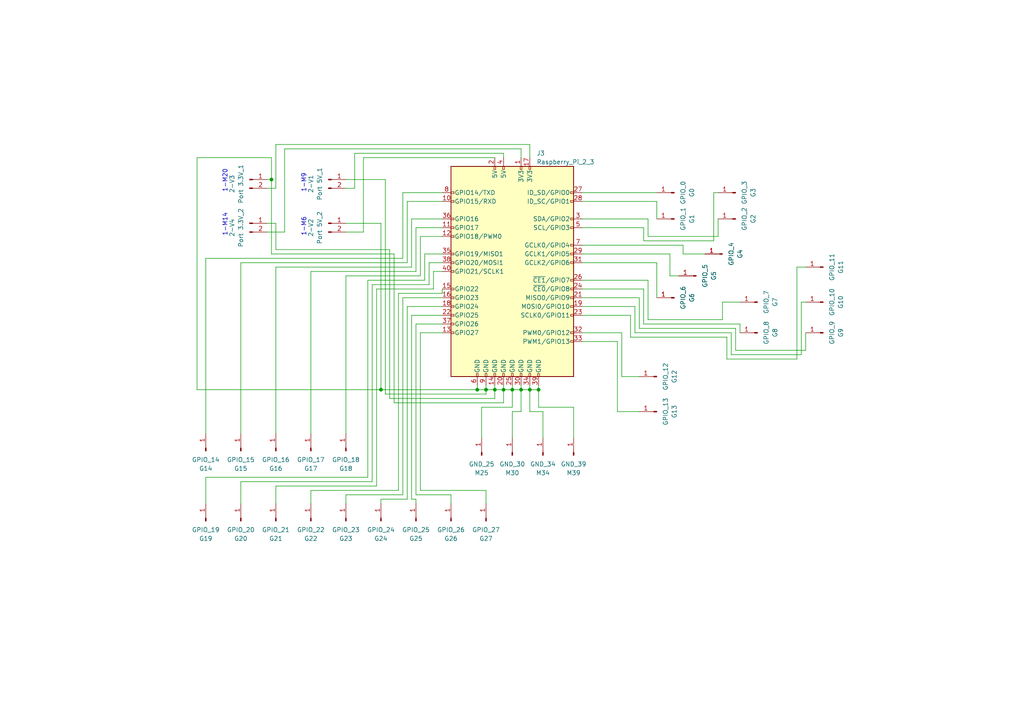
<source format=kicad_sch>
(kicad_sch (version 20230121) (generator eeschema)

  (uuid 5057d662-5a2b-409e-97f0-ad45a99dcf20)

  (paper "A4")

  (title_block
    (title "GPIO MODULE | MODEL 1 | V1")
    (date "22/02/2023")
    (rev "34ce6c85")
    (company "HugoTby © copyright 2023")
  )

  (lib_symbols
    (symbol "Connector:Conn_01x01_Pin" (pin_names (offset 1.016) hide) (in_bom yes) (on_board yes)
      (property "Reference" "J" (at 0 2.54 0)
        (effects (font (size 1.27 1.27)))
      )
      (property "Value" "Conn_01x01_Pin" (at 0 -2.54 0)
        (effects (font (size 1.27 1.27)))
      )
      (property "Footprint" "" (at 0 0 0)
        (effects (font (size 1.27 1.27)) hide)
      )
      (property "Datasheet" "~" (at 0 0 0)
        (effects (font (size 1.27 1.27)) hide)
      )
      (property "ki_locked" "" (at 0 0 0)
        (effects (font (size 1.27 1.27)))
      )
      (property "ki_keywords" "connector" (at 0 0 0)
        (effects (font (size 1.27 1.27)) hide)
      )
      (property "ki_description" "Generic connector, single row, 01x01, script generated" (at 0 0 0)
        (effects (font (size 1.27 1.27)) hide)
      )
      (property "ki_fp_filters" "Connector*:*_1x??_*" (at 0 0 0)
        (effects (font (size 1.27 1.27)) hide)
      )
      (symbol "Conn_01x01_Pin_1_1"
        (polyline
          (pts
            (xy 1.27 0)
            (xy 0.8636 0)
          )
          (stroke (width 0.1524) (type default))
          (fill (type none))
        )
        (rectangle (start 0.8636 0.127) (end 0 -0.127)
          (stroke (width 0.1524) (type default))
          (fill (type outline))
        )
        (pin passive line (at 5.08 0 180) (length 3.81)
          (name "Pin_1" (effects (font (size 1.27 1.27))))
          (number "1" (effects (font (size 1.27 1.27))))
        )
      )
    )
    (symbol "Connector:Conn_01x02_Pin" (pin_names (offset 1.016) hide) (in_bom yes) (on_board yes)
      (property "Reference" "J" (at 0 2.54 0)
        (effects (font (size 1.27 1.27)))
      )
      (property "Value" "Conn_01x02_Pin" (at 0 -5.08 0)
        (effects (font (size 1.27 1.27)))
      )
      (property "Footprint" "" (at 0 0 0)
        (effects (font (size 1.27 1.27)) hide)
      )
      (property "Datasheet" "~" (at 0 0 0)
        (effects (font (size 1.27 1.27)) hide)
      )
      (property "ki_locked" "" (at 0 0 0)
        (effects (font (size 1.27 1.27)))
      )
      (property "ki_keywords" "connector" (at 0 0 0)
        (effects (font (size 1.27 1.27)) hide)
      )
      (property "ki_description" "Generic connector, single row, 01x02, script generated" (at 0 0 0)
        (effects (font (size 1.27 1.27)) hide)
      )
      (property "ki_fp_filters" "Connector*:*_1x??_*" (at 0 0 0)
        (effects (font (size 1.27 1.27)) hide)
      )
      (symbol "Conn_01x02_Pin_1_1"
        (polyline
          (pts
            (xy 1.27 -2.54)
            (xy 0.8636 -2.54)
          )
          (stroke (width 0.1524) (type default))
          (fill (type none))
        )
        (polyline
          (pts
            (xy 1.27 0)
            (xy 0.8636 0)
          )
          (stroke (width 0.1524) (type default))
          (fill (type none))
        )
        (rectangle (start 0.8636 -2.413) (end 0 -2.667)
          (stroke (width 0.1524) (type default))
          (fill (type outline))
        )
        (rectangle (start 0.8636 0.127) (end 0 -0.127)
          (stroke (width 0.1524) (type default))
          (fill (type outline))
        )
        (pin passive line (at 5.08 0 180) (length 3.81)
          (name "Pin_1" (effects (font (size 1.27 1.27))))
          (number "1" (effects (font (size 1.27 1.27))))
        )
        (pin passive line (at 5.08 -2.54 180) (length 3.81)
          (name "Pin_2" (effects (font (size 1.27 1.27))))
          (number "2" (effects (font (size 1.27 1.27))))
        )
      )
    )
    (symbol "Connector:Raspberry_Pi_2_3" (pin_names (offset 1.016)) (in_bom yes) (on_board yes)
      (property "Reference" "J" (at -17.78 31.75 0)
        (effects (font (size 1.27 1.27)) (justify left bottom))
      )
      (property "Value" "Raspberry_Pi_2_3" (at 10.16 -31.75 0)
        (effects (font (size 1.27 1.27)) (justify left top))
      )
      (property "Footprint" "" (at 0 0 0)
        (effects (font (size 1.27 1.27)) hide)
      )
      (property "Datasheet" "https://www.raspberrypi.org/documentation/hardware/raspberrypi/schematics/rpi_SCH_3bplus_1p0_reduced.pdf" (at 0 0 0)
        (effects (font (size 1.27 1.27)) hide)
      )
      (property "ki_keywords" "raspberrypi gpio" (at 0 0 0)
        (effects (font (size 1.27 1.27)) hide)
      )
      (property "ki_description" "expansion header for Raspberry Pi 2 & 3" (at 0 0 0)
        (effects (font (size 1.27 1.27)) hide)
      )
      (property "ki_fp_filters" "PinHeader*2x20*P2.54mm*Vertical* PinSocket*2x20*P2.54mm*Vertical*" (at 0 0 0)
        (effects (font (size 1.27 1.27)) hide)
      )
      (symbol "Raspberry_Pi_2_3_0_1"
        (rectangle (start -17.78 30.48) (end 17.78 -30.48)
          (stroke (width 0.254) (type default))
          (fill (type background))
        )
      )
      (symbol "Raspberry_Pi_2_3_1_1"
        (rectangle (start -16.891 -17.526) (end -17.78 -18.034)
          (stroke (width 0) (type default))
          (fill (type none))
        )
        (rectangle (start -16.891 -14.986) (end -17.78 -15.494)
          (stroke (width 0) (type default))
          (fill (type none))
        )
        (rectangle (start -16.891 -12.446) (end -17.78 -12.954)
          (stroke (width 0) (type default))
          (fill (type none))
        )
        (rectangle (start -16.891 -9.906) (end -17.78 -10.414)
          (stroke (width 0) (type default))
          (fill (type none))
        )
        (rectangle (start -16.891 -7.366) (end -17.78 -7.874)
          (stroke (width 0) (type default))
          (fill (type none))
        )
        (rectangle (start -16.891 -4.826) (end -17.78 -5.334)
          (stroke (width 0) (type default))
          (fill (type none))
        )
        (rectangle (start -16.891 0.254) (end -17.78 -0.254)
          (stroke (width 0) (type default))
          (fill (type none))
        )
        (rectangle (start -16.891 2.794) (end -17.78 2.286)
          (stroke (width 0) (type default))
          (fill (type none))
        )
        (rectangle (start -16.891 5.334) (end -17.78 4.826)
          (stroke (width 0) (type default))
          (fill (type none))
        )
        (rectangle (start -16.891 10.414) (end -17.78 9.906)
          (stroke (width 0) (type default))
          (fill (type none))
        )
        (rectangle (start -16.891 12.954) (end -17.78 12.446)
          (stroke (width 0) (type default))
          (fill (type none))
        )
        (rectangle (start -16.891 15.494) (end -17.78 14.986)
          (stroke (width 0) (type default))
          (fill (type none))
        )
        (rectangle (start -16.891 20.574) (end -17.78 20.066)
          (stroke (width 0) (type default))
          (fill (type none))
        )
        (rectangle (start -16.891 23.114) (end -17.78 22.606)
          (stroke (width 0) (type default))
          (fill (type none))
        )
        (rectangle (start -10.414 -29.591) (end -9.906 -30.48)
          (stroke (width 0) (type default))
          (fill (type none))
        )
        (rectangle (start -7.874 -29.591) (end -7.366 -30.48)
          (stroke (width 0) (type default))
          (fill (type none))
        )
        (rectangle (start -5.334 -29.591) (end -4.826 -30.48)
          (stroke (width 0) (type default))
          (fill (type none))
        )
        (rectangle (start -5.334 30.48) (end -4.826 29.591)
          (stroke (width 0) (type default))
          (fill (type none))
        )
        (rectangle (start -2.794 -29.591) (end -2.286 -30.48)
          (stroke (width 0) (type default))
          (fill (type none))
        )
        (rectangle (start -2.794 30.48) (end -2.286 29.591)
          (stroke (width 0) (type default))
          (fill (type none))
        )
        (rectangle (start -0.254 -29.591) (end 0.254 -30.48)
          (stroke (width 0) (type default))
          (fill (type none))
        )
        (rectangle (start 2.286 -29.591) (end 2.794 -30.48)
          (stroke (width 0) (type default))
          (fill (type none))
        )
        (rectangle (start 2.286 30.48) (end 2.794 29.591)
          (stroke (width 0) (type default))
          (fill (type none))
        )
        (rectangle (start 4.826 -29.591) (end 5.334 -30.48)
          (stroke (width 0) (type default))
          (fill (type none))
        )
        (rectangle (start 4.826 30.48) (end 5.334 29.591)
          (stroke (width 0) (type default))
          (fill (type none))
        )
        (rectangle (start 7.366 -29.591) (end 7.874 -30.48)
          (stroke (width 0) (type default))
          (fill (type none))
        )
        (rectangle (start 17.78 -20.066) (end 16.891 -20.574)
          (stroke (width 0) (type default))
          (fill (type none))
        )
        (rectangle (start 17.78 -17.526) (end 16.891 -18.034)
          (stroke (width 0) (type default))
          (fill (type none))
        )
        (rectangle (start 17.78 -12.446) (end 16.891 -12.954)
          (stroke (width 0) (type default))
          (fill (type none))
        )
        (rectangle (start 17.78 -9.906) (end 16.891 -10.414)
          (stroke (width 0) (type default))
          (fill (type none))
        )
        (rectangle (start 17.78 -7.366) (end 16.891 -7.874)
          (stroke (width 0) (type default))
          (fill (type none))
        )
        (rectangle (start 17.78 -4.826) (end 16.891 -5.334)
          (stroke (width 0) (type default))
          (fill (type none))
        )
        (rectangle (start 17.78 -2.286) (end 16.891 -2.794)
          (stroke (width 0) (type default))
          (fill (type none))
        )
        (rectangle (start 17.78 2.794) (end 16.891 2.286)
          (stroke (width 0) (type default))
          (fill (type none))
        )
        (rectangle (start 17.78 5.334) (end 16.891 4.826)
          (stroke (width 0) (type default))
          (fill (type none))
        )
        (rectangle (start 17.78 7.874) (end 16.891 7.366)
          (stroke (width 0) (type default))
          (fill (type none))
        )
        (rectangle (start 17.78 12.954) (end 16.891 12.446)
          (stroke (width 0) (type default))
          (fill (type none))
        )
        (rectangle (start 17.78 15.494) (end 16.891 14.986)
          (stroke (width 0) (type default))
          (fill (type none))
        )
        (rectangle (start 17.78 20.574) (end 16.891 20.066)
          (stroke (width 0) (type default))
          (fill (type none))
        )
        (rectangle (start 17.78 23.114) (end 16.891 22.606)
          (stroke (width 0) (type default))
          (fill (type none))
        )
        (pin power_in line (at 2.54 33.02 270) (length 2.54)
          (name "3V3" (effects (font (size 1.27 1.27))))
          (number "1" (effects (font (size 1.27 1.27))))
        )
        (pin bidirectional line (at -20.32 20.32 0) (length 2.54)
          (name "GPIO15/RXD" (effects (font (size 1.27 1.27))))
          (number "10" (effects (font (size 1.27 1.27))))
        )
        (pin bidirectional line (at -20.32 12.7 0) (length 2.54)
          (name "GPIO17" (effects (font (size 1.27 1.27))))
          (number "11" (effects (font (size 1.27 1.27))))
        )
        (pin bidirectional line (at -20.32 10.16 0) (length 2.54)
          (name "GPIO18/PWM0" (effects (font (size 1.27 1.27))))
          (number "12" (effects (font (size 1.27 1.27))))
        )
        (pin bidirectional line (at -20.32 -17.78 0) (length 2.54)
          (name "GPIO27" (effects (font (size 1.27 1.27))))
          (number "13" (effects (font (size 1.27 1.27))))
        )
        (pin power_in line (at -5.08 -33.02 90) (length 2.54)
          (name "GND" (effects (font (size 1.27 1.27))))
          (number "14" (effects (font (size 1.27 1.27))))
        )
        (pin bidirectional line (at -20.32 -5.08 0) (length 2.54)
          (name "GPIO22" (effects (font (size 1.27 1.27))))
          (number "15" (effects (font (size 1.27 1.27))))
        )
        (pin bidirectional line (at -20.32 -7.62 0) (length 2.54)
          (name "GPIO23" (effects (font (size 1.27 1.27))))
          (number "16" (effects (font (size 1.27 1.27))))
        )
        (pin power_in line (at 5.08 33.02 270) (length 2.54)
          (name "3V3" (effects (font (size 1.27 1.27))))
          (number "17" (effects (font (size 1.27 1.27))))
        )
        (pin bidirectional line (at -20.32 -10.16 0) (length 2.54)
          (name "GPIO24" (effects (font (size 1.27 1.27))))
          (number "18" (effects (font (size 1.27 1.27))))
        )
        (pin bidirectional line (at 20.32 -10.16 180) (length 2.54)
          (name "MOSI0/GPIO10" (effects (font (size 1.27 1.27))))
          (number "19" (effects (font (size 1.27 1.27))))
        )
        (pin power_in line (at -5.08 33.02 270) (length 2.54)
          (name "5V" (effects (font (size 1.27 1.27))))
          (number "2" (effects (font (size 1.27 1.27))))
        )
        (pin power_in line (at -2.54 -33.02 90) (length 2.54)
          (name "GND" (effects (font (size 1.27 1.27))))
          (number "20" (effects (font (size 1.27 1.27))))
        )
        (pin bidirectional line (at 20.32 -7.62 180) (length 2.54)
          (name "MISO0/GPIO9" (effects (font (size 1.27 1.27))))
          (number "21" (effects (font (size 1.27 1.27))))
        )
        (pin bidirectional line (at -20.32 -12.7 0) (length 2.54)
          (name "GPIO25" (effects (font (size 1.27 1.27))))
          (number "22" (effects (font (size 1.27 1.27))))
        )
        (pin bidirectional line (at 20.32 -12.7 180) (length 2.54)
          (name "SCLK0/GPIO11" (effects (font (size 1.27 1.27))))
          (number "23" (effects (font (size 1.27 1.27))))
        )
        (pin bidirectional line (at 20.32 -5.08 180) (length 2.54)
          (name "~{CE0}/GPIO8" (effects (font (size 1.27 1.27))))
          (number "24" (effects (font (size 1.27 1.27))))
        )
        (pin power_in line (at 0 -33.02 90) (length 2.54)
          (name "GND" (effects (font (size 1.27 1.27))))
          (number "25" (effects (font (size 1.27 1.27))))
        )
        (pin bidirectional line (at 20.32 -2.54 180) (length 2.54)
          (name "~{CE1}/GPIO7" (effects (font (size 1.27 1.27))))
          (number "26" (effects (font (size 1.27 1.27))))
        )
        (pin bidirectional line (at 20.32 22.86 180) (length 2.54)
          (name "ID_SD/GPIO0" (effects (font (size 1.27 1.27))))
          (number "27" (effects (font (size 1.27 1.27))))
        )
        (pin bidirectional line (at 20.32 20.32 180) (length 2.54)
          (name "ID_SC/GPIO1" (effects (font (size 1.27 1.27))))
          (number "28" (effects (font (size 1.27 1.27))))
        )
        (pin bidirectional line (at 20.32 5.08 180) (length 2.54)
          (name "GCLK1/GPIO5" (effects (font (size 1.27 1.27))))
          (number "29" (effects (font (size 1.27 1.27))))
        )
        (pin bidirectional line (at 20.32 15.24 180) (length 2.54)
          (name "SDA/GPIO2" (effects (font (size 1.27 1.27))))
          (number "3" (effects (font (size 1.27 1.27))))
        )
        (pin power_in line (at 2.54 -33.02 90) (length 2.54)
          (name "GND" (effects (font (size 1.27 1.27))))
          (number "30" (effects (font (size 1.27 1.27))))
        )
        (pin bidirectional line (at 20.32 2.54 180) (length 2.54)
          (name "GCLK2/GPIO6" (effects (font (size 1.27 1.27))))
          (number "31" (effects (font (size 1.27 1.27))))
        )
        (pin bidirectional line (at 20.32 -17.78 180) (length 2.54)
          (name "PWM0/GPIO12" (effects (font (size 1.27 1.27))))
          (number "32" (effects (font (size 1.27 1.27))))
        )
        (pin bidirectional line (at 20.32 -20.32 180) (length 2.54)
          (name "PWM1/GPIO13" (effects (font (size 1.27 1.27))))
          (number "33" (effects (font (size 1.27 1.27))))
        )
        (pin power_in line (at 5.08 -33.02 90) (length 2.54)
          (name "GND" (effects (font (size 1.27 1.27))))
          (number "34" (effects (font (size 1.27 1.27))))
        )
        (pin bidirectional line (at -20.32 5.08 0) (length 2.54)
          (name "GPIO19/MISO1" (effects (font (size 1.27 1.27))))
          (number "35" (effects (font (size 1.27 1.27))))
        )
        (pin bidirectional line (at -20.32 15.24 0) (length 2.54)
          (name "GPIO16" (effects (font (size 1.27 1.27))))
          (number "36" (effects (font (size 1.27 1.27))))
        )
        (pin bidirectional line (at -20.32 -15.24 0) (length 2.54)
          (name "GPIO26" (effects (font (size 1.27 1.27))))
          (number "37" (effects (font (size 1.27 1.27))))
        )
        (pin bidirectional line (at -20.32 2.54 0) (length 2.54)
          (name "GPIO20/MOSI1" (effects (font (size 1.27 1.27))))
          (number "38" (effects (font (size 1.27 1.27))))
        )
        (pin power_in line (at 7.62 -33.02 90) (length 2.54)
          (name "GND" (effects (font (size 1.27 1.27))))
          (number "39" (effects (font (size 1.27 1.27))))
        )
        (pin power_in line (at -2.54 33.02 270) (length 2.54)
          (name "5V" (effects (font (size 1.27 1.27))))
          (number "4" (effects (font (size 1.27 1.27))))
        )
        (pin bidirectional line (at -20.32 0 0) (length 2.54)
          (name "GPIO21/SCLK1" (effects (font (size 1.27 1.27))))
          (number "40" (effects (font (size 1.27 1.27))))
        )
        (pin bidirectional line (at 20.32 12.7 180) (length 2.54)
          (name "SCL/GPIO3" (effects (font (size 1.27 1.27))))
          (number "5" (effects (font (size 1.27 1.27))))
        )
        (pin power_in line (at -10.16 -33.02 90) (length 2.54)
          (name "GND" (effects (font (size 1.27 1.27))))
          (number "6" (effects (font (size 1.27 1.27))))
        )
        (pin bidirectional line (at 20.32 7.62 180) (length 2.54)
          (name "GCLK0/GPIO4" (effects (font (size 1.27 1.27))))
          (number "7" (effects (font (size 1.27 1.27))))
        )
        (pin bidirectional line (at -20.32 22.86 0) (length 2.54)
          (name "GPIO14/TXD" (effects (font (size 1.27 1.27))))
          (number "8" (effects (font (size 1.27 1.27))))
        )
        (pin power_in line (at -7.62 -33.02 90) (length 2.54)
          (name "GND" (effects (font (size 1.27 1.27))))
          (number "9" (effects (font (size 1.27 1.27))))
        )
      )
    )
  )

  (junction (at 140.97 113.03) (diameter 0) (color 0 0 0 0)
    (uuid 45a32513-af0d-4f9f-9d40-d697cd5e6521)
  )
  (junction (at 138.43 113.03) (diameter 0) (color 0 0 0 0)
    (uuid 54b67154-67ab-4fba-89c3-89bfc9149f21)
  )
  (junction (at 153.67 113.03) (diameter 0) (color 0 0 0 0)
    (uuid 681270b2-67ce-4942-8c85-7d6af9183d8d)
  )
  (junction (at 78.74 52.07) (diameter 0) (color 0 0 0 0)
    (uuid 69035bbf-fa2d-47d7-829e-a47060cad2ef)
  )
  (junction (at 143.51 113.03) (diameter 0) (color 0 0 0 0)
    (uuid 86f3df8a-23c5-4b87-b652-5e9aa945bb1c)
  )
  (junction (at 151.13 113.03) (diameter 0) (color 0 0 0 0)
    (uuid 9fc966cc-714f-4000-a3f6-71d2c39fcd50)
  )
  (junction (at 156.21 113.03) (diameter 0) (color 0 0 0 0)
    (uuid a26d9c9a-a40b-41b0-8cb2-e5afd4d9ff7e)
  )
  (junction (at 110.49 113.03) (diameter 0) (color 0 0 0 0)
    (uuid d9f80e89-8bf8-4902-9264-74d3498dde6f)
  )
  (junction (at 146.05 113.03) (diameter 0) (color 0 0 0 0)
    (uuid df3e23f1-f760-4ca0-a7dd-1a2bded8b1ca)
  )
  (junction (at 148.59 113.03) (diameter 0) (color 0 0 0 0)
    (uuid eb228be8-e92e-4b99-8789-471cb874b20e)
  )

  (wire (pts (xy 185.42 95.25) (xy 213.36 95.25))
    (stroke (width 0) (type default))
    (uuid 01af4e19-2ac3-4646-826e-e4896547d97b)
  )
  (wire (pts (xy 151.13 119.38) (xy 148.59 119.38))
    (stroke (width 0) (type default))
    (uuid 01ff890c-698e-4f88-9cd3-00b7f6280b38)
  )
  (wire (pts (xy 182.88 97.79) (xy 210.82 97.79))
    (stroke (width 0) (type default))
    (uuid 0714371c-c5f3-4c1c-8f65-5914df926bb3)
  )
  (wire (pts (xy 231.14 77.47) (xy 233.68 77.47))
    (stroke (width 0) (type default))
    (uuid 07545ca1-c137-40ce-8581-2d41eac89d4f)
  )
  (wire (pts (xy 128.27 93.98) (xy 120.65 93.98))
    (stroke (width 0) (type default))
    (uuid 0b46208b-a586-47f5-85ef-789a480f8d52)
  )
  (wire (pts (xy 156.21 111.76) (xy 156.21 113.03))
    (stroke (width 0) (type default))
    (uuid 0d076852-3b48-4d5a-bb85-ee001a221b75)
  )
  (wire (pts (xy 107.95 82.55) (xy 107.95 139.7))
    (stroke (width 0) (type default))
    (uuid 0de09280-25bc-45fa-85e5-38a14363699d)
  )
  (wire (pts (xy 100.33 143.51) (xy 100.33 146.05))
    (stroke (width 0) (type default))
    (uuid 0edfbc5b-849c-4292-97ab-684389193636)
  )
  (wire (pts (xy 59.69 74.93) (xy 116.84 74.93))
    (stroke (width 0) (type default))
    (uuid 0f229d51-dfb0-4f0f-ab24-27e0091e0d27)
  )
  (wire (pts (xy 166.37 118.11) (xy 166.37 127))
    (stroke (width 0) (type default))
    (uuid 1070ac5a-3944-4fbc-8cd8-8ef78892186e)
  )
  (wire (pts (xy 213.36 101.6) (xy 233.68 101.6))
    (stroke (width 0) (type default))
    (uuid 1107bbb6-246d-4d5f-860f-1d451e5503dc)
  )
  (wire (pts (xy 119.38 77.47) (xy 80.01 77.47))
    (stroke (width 0) (type default))
    (uuid 1393b3ba-b784-4960-a0c7-7555789d7628)
  )
  (wire (pts (xy 106.68 138.43) (xy 59.69 138.43))
    (stroke (width 0) (type default))
    (uuid 154d7c0b-ee35-448a-984b-f29bfbb8e5ca)
  )
  (wire (pts (xy 140.97 111.76) (xy 140.97 113.03))
    (stroke (width 0) (type default))
    (uuid 171d0c1e-185e-48fe-9ecb-7f504e942fcc)
  )
  (wire (pts (xy 186.69 93.98) (xy 214.63 93.98))
    (stroke (width 0) (type default))
    (uuid 175522ab-ba16-4e1b-a1b2-bf3576748f87)
  )
  (wire (pts (xy 57.15 45.72) (xy 78.74 45.72))
    (stroke (width 0) (type default))
    (uuid 19f5ec0a-73b7-4baf-8f3a-5e0fd19556cd)
  )
  (wire (pts (xy 128.27 88.9) (xy 118.11 88.9))
    (stroke (width 0) (type default))
    (uuid 1ad7cca8-28b6-43be-8527-79af9403bc60)
  )
  (wire (pts (xy 212.09 102.87) (xy 232.41 102.87))
    (stroke (width 0) (type default))
    (uuid 1afdc767-d48c-40a3-9086-7fc71d3259b2)
  )
  (wire (pts (xy 146.05 116.84) (xy 114.3 116.84))
    (stroke (width 0) (type default))
    (uuid 1b46e84c-a1c1-464a-8b53-86c0690cf12a)
  )
  (wire (pts (xy 180.34 96.52) (xy 180.34 109.22))
    (stroke (width 0) (type default))
    (uuid 1b9aa046-fed2-4369-8a05-fd44b371361d)
  )
  (wire (pts (xy 128.27 66.04) (xy 120.65 66.04))
    (stroke (width 0) (type default))
    (uuid 1c588c8a-4c9b-4d86-8dd7-d81b055d49a4)
  )
  (wire (pts (xy 125.73 83.82) (xy 109.22 83.82))
    (stroke (width 0) (type default))
    (uuid 1cdf9f12-f1f1-449e-9e7a-9a7811e132ce)
  )
  (wire (pts (xy 128.27 73.66) (xy 123.19 73.66))
    (stroke (width 0) (type default))
    (uuid 1df10cef-3241-423a-8d24-b70a9ae6cd44)
  )
  (wire (pts (xy 187.96 68.58) (xy 208.28 68.58))
    (stroke (width 0) (type default))
    (uuid 1f6feff6-d717-473e-90ac-83e98a15e27c)
  )
  (wire (pts (xy 116.84 55.88) (xy 128.27 55.88))
    (stroke (width 0) (type default))
    (uuid 201ba72a-67a6-4ed9-a6f9-dbd562ae42b3)
  )
  (wire (pts (xy 120.65 143.51) (xy 130.81 143.51))
    (stroke (width 0) (type default))
    (uuid 21582d10-5155-4c8c-908a-b82262017d76)
  )
  (wire (pts (xy 105.41 67.31) (xy 100.33 67.31))
    (stroke (width 0) (type default))
    (uuid 21b98a2f-89d4-4612-8be1-13495bd8bccf)
  )
  (wire (pts (xy 59.69 125.73) (xy 59.69 74.93))
    (stroke (width 0) (type default))
    (uuid 23a8b47e-882b-4fd9-8bf4-add08ef597b8)
  )
  (wire (pts (xy 57.15 45.72) (xy 57.15 113.03))
    (stroke (width 0) (type default))
    (uuid 269c8a4d-89b5-4090-9c79-d90fe6b79c44)
  )
  (wire (pts (xy 168.91 99.06) (xy 179.07 99.06))
    (stroke (width 0) (type default))
    (uuid 2704236a-e60a-46cb-9281-bdbc8a5156fc)
  )
  (wire (pts (xy 168.91 55.88) (xy 190.5 55.88))
    (stroke (width 0) (type default))
    (uuid 27a7fca4-a77a-47d8-8e82-a1b537bb2150)
  )
  (wire (pts (xy 153.67 119.38) (xy 157.48 119.38))
    (stroke (width 0) (type default))
    (uuid 2a184a8f-65a6-46ce-933a-cbb89a74f6fd)
  )
  (wire (pts (xy 118.11 58.42) (xy 118.11 76.2))
    (stroke (width 0) (type default))
    (uuid 2a4c5d9e-417f-4228-b10a-5bc876d7d47d)
  )
  (wire (pts (xy 148.59 119.38) (xy 148.59 127))
    (stroke (width 0) (type default))
    (uuid 2c7eb66b-736b-49db-8a2b-92483c82434a)
  )
  (wire (pts (xy 119.38 144.78) (xy 120.65 144.78))
    (stroke (width 0) (type default))
    (uuid 2d01d229-813a-405e-a5cf-a04e441ee0ba)
  )
  (wire (pts (xy 80.01 140.97) (xy 80.01 146.05))
    (stroke (width 0) (type default))
    (uuid 2d4e45c6-615f-4861-9d22-e8f4eafd1883)
  )
  (wire (pts (xy 184.15 96.52) (xy 212.09 96.52))
    (stroke (width 0) (type default))
    (uuid 2d6ef0be-8036-4981-8b5b-4780a586fb74)
  )
  (wire (pts (xy 207.01 55.88) (xy 208.28 55.88))
    (stroke (width 0) (type default))
    (uuid 2dba3c15-1b43-4901-b252-0cf7d8e2443d)
  )
  (wire (pts (xy 111.76 114.3) (xy 111.76 52.07))
    (stroke (width 0) (type default))
    (uuid 2e0ce1dc-30bc-479a-938a-6fa4e757430c)
  )
  (wire (pts (xy 156.21 118.11) (xy 166.37 118.11))
    (stroke (width 0) (type default))
    (uuid 3094677d-b80d-4ff7-b970-795a174e969c)
  )
  (wire (pts (xy 114.3 73.66) (xy 114.3 116.84))
    (stroke (width 0) (type default))
    (uuid 30df9425-32ed-4660-9fdc-d2ebf5a4481b)
  )
  (wire (pts (xy 80.01 72.39) (xy 80.01 64.77))
    (stroke (width 0) (type default))
    (uuid 31b33cb7-9fc9-4ae3-b464-92f6b65fa53a)
  )
  (wire (pts (xy 124.46 76.2) (xy 124.46 82.55))
    (stroke (width 0) (type default))
    (uuid 37904833-f636-4a7f-bd6d-16ce898f6abd)
  )
  (wire (pts (xy 128.27 68.58) (xy 121.92 68.58))
    (stroke (width 0) (type default))
    (uuid 388e3fd7-3e0b-4fc3-91e3-ee6d08376fd7)
  )
  (wire (pts (xy 187.96 63.5) (xy 187.96 68.58))
    (stroke (width 0) (type default))
    (uuid 389381a6-7d5d-4082-8607-7a34d4558ee8)
  )
  (wire (pts (xy 116.84 74.93) (xy 116.84 55.88))
    (stroke (width 0) (type default))
    (uuid 38ad071f-642c-4c42-9a03-11713afa0e7c)
  )
  (wire (pts (xy 194.31 73.66) (xy 194.31 80.01))
    (stroke (width 0) (type default))
    (uuid 38da4eef-202a-4f8c-a3d2-5f85b39789c2)
  )
  (wire (pts (xy 80.01 54.61) (xy 77.47 54.61))
    (stroke (width 0) (type default))
    (uuid 39173de4-4011-4298-8fca-84fb1aa25f49)
  )
  (wire (pts (xy 153.67 41.91) (xy 80.01 41.91))
    (stroke (width 0) (type default))
    (uuid 394609a3-9f5a-436d-87f8-9b1322d7cdee)
  )
  (wire (pts (xy 69.85 139.7) (xy 69.85 146.05))
    (stroke (width 0) (type default))
    (uuid 3e8a7b51-bd91-4913-92d6-b02a26539060)
  )
  (wire (pts (xy 187.96 92.71) (xy 209.55 92.71))
    (stroke (width 0) (type default))
    (uuid 423a6602-ad92-4cef-b3ee-6211011d32f1)
  )
  (wire (pts (xy 168.91 58.42) (xy 190.5 58.42))
    (stroke (width 0) (type default))
    (uuid 45ea4e03-61e0-443e-9aed-8d8f41a56756)
  )
  (wire (pts (xy 123.19 73.66) (xy 123.19 81.28))
    (stroke (width 0) (type default))
    (uuid 4b470e7a-a143-475f-9375-cf3bf50d9963)
  )
  (wire (pts (xy 143.51 45.72) (xy 105.41 45.72))
    (stroke (width 0) (type default))
    (uuid 4b941b94-76de-484d-8fc5-6ff0c7459de8)
  )
  (wire (pts (xy 153.67 45.72) (xy 153.67 41.91))
    (stroke (width 0) (type default))
    (uuid 4d6cc6e3-475e-415e-ac96-740e98d82a1e)
  )
  (wire (pts (xy 78.74 52.07) (xy 77.47 52.07))
    (stroke (width 0) (type default))
    (uuid 4e66061a-c34f-4048-bbc3-715ef7678c67)
  )
  (wire (pts (xy 168.91 88.9) (xy 184.15 88.9))
    (stroke (width 0) (type default))
    (uuid 50914930-af47-4a60-9367-b1405c65f77b)
  )
  (wire (pts (xy 153.67 113.03) (xy 153.67 119.38))
    (stroke (width 0) (type default))
    (uuid 50cfcaf5-a208-4397-8b68-99ee577f8943)
  )
  (wire (pts (xy 209.55 87.63) (xy 214.63 87.63))
    (stroke (width 0) (type default))
    (uuid 522b39ed-3f5c-473e-934d-73e2e8e3d58e)
  )
  (wire (pts (xy 146.05 113.03) (xy 148.59 113.03))
    (stroke (width 0) (type default))
    (uuid 52f7d844-8b87-4950-ab7b-60cf85632b16)
  )
  (wire (pts (xy 143.51 113.03) (xy 143.51 115.57))
    (stroke (width 0) (type default))
    (uuid 53243c4c-37c0-4628-90f6-7dd73e7348de)
  )
  (wire (pts (xy 231.14 104.14) (xy 231.14 77.47))
    (stroke (width 0) (type default))
    (uuid 533f6af8-380f-4059-b8dc-e657d53d0a04)
  )
  (wire (pts (xy 153.67 113.03) (xy 156.21 113.03))
    (stroke (width 0) (type default))
    (uuid 56385b77-242c-40b7-87ba-b89b07ea4403)
  )
  (wire (pts (xy 78.74 73.66) (xy 78.74 52.07))
    (stroke (width 0) (type default))
    (uuid 56c67729-afd2-40af-b573-c47cdbde49a9)
  )
  (wire (pts (xy 102.87 44.45) (xy 102.87 54.61))
    (stroke (width 0) (type default))
    (uuid 59b06ae4-2cee-414a-a2e2-110364edd13a)
  )
  (wire (pts (xy 210.82 97.79) (xy 210.82 104.14))
    (stroke (width 0) (type default))
    (uuid 5a19eb6c-24d7-45e7-aad7-108ef7c3686a)
  )
  (wire (pts (xy 148.59 118.11) (xy 148.59 113.03))
    (stroke (width 0) (type default))
    (uuid 5abcf794-41d9-406b-b147-235944e35c45)
  )
  (wire (pts (xy 207.01 69.85) (xy 207.01 55.88))
    (stroke (width 0) (type default))
    (uuid 5d5757f7-751e-43cb-849d-db357fbe8094)
  )
  (wire (pts (xy 190.5 76.2) (xy 190.5 86.36))
    (stroke (width 0) (type default))
    (uuid 5dc5b69d-911e-45c3-a008-ca7218696ecf)
  )
  (wire (pts (xy 156.21 113.03) (xy 156.21 118.11))
    (stroke (width 0) (type default))
    (uuid 5e93eb36-1e57-45c7-ac57-d6f9b28d0bed)
  )
  (wire (pts (xy 111.76 52.07) (xy 100.33 52.07))
    (stroke (width 0) (type default))
    (uuid 607397a8-68b1-4ed2-9fa0-24711ed4114e)
  )
  (wire (pts (xy 233.68 101.6) (xy 233.68 96.52))
    (stroke (width 0) (type default))
    (uuid 609f1f25-5948-4c44-bd3b-5a0a5f7e4739)
  )
  (wire (pts (xy 110.49 64.77) (xy 100.33 64.77))
    (stroke (width 0) (type default))
    (uuid 60f4b6d2-f589-4fb6-819e-d178dc50403e)
  )
  (wire (pts (xy 148.59 113.03) (xy 148.59 111.76))
    (stroke (width 0) (type default))
    (uuid 62337fd2-9f94-4822-ada8-2a72107cded9)
  )
  (wire (pts (xy 214.63 93.98) (xy 214.63 96.52))
    (stroke (width 0) (type default))
    (uuid 645eb749-b8f0-41ca-8fb1-e27c885df389)
  )
  (wire (pts (xy 194.31 80.01) (xy 196.85 80.01))
    (stroke (width 0) (type default))
    (uuid 6578dd86-42f2-4e24-832a-a65983304771)
  )
  (wire (pts (xy 148.59 113.03) (xy 151.13 113.03))
    (stroke (width 0) (type default))
    (uuid 680b4dbd-1537-4ae7-8feb-cde29a486101)
  )
  (wire (pts (xy 138.43 111.76) (xy 138.43 113.03))
    (stroke (width 0) (type default))
    (uuid 680d2296-d8cf-4ee0-8b9d-11bed5d3f981)
  )
  (wire (pts (xy 139.7 118.11) (xy 148.59 118.11))
    (stroke (width 0) (type default))
    (uuid 68321d67-485d-43b1-adc6-85f81f2d8e8c)
  )
  (wire (pts (xy 209.55 92.71) (xy 209.55 87.63))
    (stroke (width 0) (type default))
    (uuid 68819934-8e78-46e1-beaf-f3468493fc50)
  )
  (wire (pts (xy 146.05 111.76) (xy 146.05 113.03))
    (stroke (width 0) (type default))
    (uuid 69d1a78e-39bc-42e1-95c2-e168ec19440f)
  )
  (wire (pts (xy 110.49 113.03) (xy 138.43 113.03))
    (stroke (width 0) (type default))
    (uuid 6b01bcf7-5b5e-49d0-800a-d2151a27586a)
  )
  (wire (pts (xy 153.67 111.76) (xy 153.67 113.03))
    (stroke (width 0) (type default))
    (uuid 6ddc5cd0-2cce-485e-8cda-0f2d7852bbcd)
  )
  (wire (pts (xy 102.87 54.61) (xy 100.33 54.61))
    (stroke (width 0) (type default))
    (uuid 6e2b55a7-7512-4b05-a3b6-52e5a5f5d0e5)
  )
  (wire (pts (xy 80.01 64.77) (xy 77.47 64.77))
    (stroke (width 0) (type default))
    (uuid 7133f069-af6d-48e0-b7c6-3dd605cfbf25)
  )
  (wire (pts (xy 128.27 63.5) (xy 119.38 63.5))
    (stroke (width 0) (type default))
    (uuid 721f1849-66a1-4410-a37d-a409bfa36dfb)
  )
  (wire (pts (xy 143.51 113.03) (xy 146.05 113.03))
    (stroke (width 0) (type default))
    (uuid 7262a58c-d7a5-4fad-b1b4-9d785ca4ebe0)
  )
  (wire (pts (xy 120.65 78.74) (xy 90.17 78.74))
    (stroke (width 0) (type default))
    (uuid 74bcc976-39f8-4eb1-b893-8ed967d98ce8)
  )
  (wire (pts (xy 105.41 45.72) (xy 105.41 67.31))
    (stroke (width 0) (type default))
    (uuid 7b7ace7b-03e6-496c-9cd4-0cc6453afb4b)
  )
  (wire (pts (xy 125.73 78.74) (xy 125.73 83.82))
    (stroke (width 0) (type default))
    (uuid 7d7453a4-91cc-4195-a0d5-350464425bfd)
  )
  (wire (pts (xy 106.68 81.28) (xy 106.68 138.43))
    (stroke (width 0) (type default))
    (uuid 7ed3b20a-6e56-4cb6-b6f2-a5b4515ba699)
  )
  (wire (pts (xy 119.38 91.44) (xy 119.38 144.78))
    (stroke (width 0) (type default))
    (uuid 7f62720d-7a26-4d3c-9efe-5d15356e1365)
  )
  (wire (pts (xy 82.55 43.18) (xy 82.55 67.31))
    (stroke (width 0) (type default))
    (uuid 8126d014-bda1-4028-b868-38b499898706)
  )
  (wire (pts (xy 123.19 81.28) (xy 106.68 81.28))
    (stroke (width 0) (type default))
    (uuid 8130bfca-b976-48c4-a113-f014c3b9bf23)
  )
  (wire (pts (xy 128.27 58.42) (xy 118.11 58.42))
    (stroke (width 0) (type default))
    (uuid 81dec5b8-3641-4ccf-a20c-11a172f2c9b8)
  )
  (wire (pts (xy 130.81 143.51) (xy 130.81 146.05))
    (stroke (width 0) (type default))
    (uuid 85e091b6-ab33-4643-a1cf-2b12092f284e)
  )
  (wire (pts (xy 168.91 86.36) (xy 185.42 86.36))
    (stroke (width 0) (type default))
    (uuid 8716206f-d096-4aed-a031-2059b0b7cccb)
  )
  (wire (pts (xy 180.34 109.22) (xy 185.42 109.22))
    (stroke (width 0) (type default))
    (uuid 881dcd13-714d-4317-ba8e-6e47a0fe6186)
  )
  (wire (pts (xy 168.91 71.12) (xy 198.12 71.12))
    (stroke (width 0) (type default))
    (uuid 88d5ca37-ba12-4270-a589-958dbf9a460f)
  )
  (wire (pts (xy 107.95 139.7) (xy 69.85 139.7))
    (stroke (width 0) (type default))
    (uuid 897d0f83-bc5d-4300-be7c-c7d045377000)
  )
  (wire (pts (xy 90.17 142.24) (xy 90.17 146.05))
    (stroke (width 0) (type default))
    (uuid 8a7571a6-b423-44f8-9a58-e87070f4336f)
  )
  (wire (pts (xy 168.91 73.66) (xy 194.31 73.66))
    (stroke (width 0) (type default))
    (uuid 8a7576fd-8efd-49dc-8389-363da4d504f4)
  )
  (wire (pts (xy 157.48 119.38) (xy 157.48 127))
    (stroke (width 0) (type default))
    (uuid 8b8b5011-dd56-446f-a310-bc501c31d9a6)
  )
  (wire (pts (xy 119.38 63.5) (xy 119.38 77.47))
    (stroke (width 0) (type default))
    (uuid 8d6bd13f-a06b-4de8-bd51-daa1121e5539)
  )
  (wire (pts (xy 114.3 73.66) (xy 78.74 73.66))
    (stroke (width 0) (type default))
    (uuid 8de7770e-31b6-4d94-bf41-006bab0a2d08)
  )
  (wire (pts (xy 116.84 86.36) (xy 116.84 143.51))
    (stroke (width 0) (type default))
    (uuid 8e28605b-34bc-4d3c-96d5-223b92f326dc)
  )
  (wire (pts (xy 115.57 142.24) (xy 90.17 142.24))
    (stroke (width 0) (type default))
    (uuid 8f4a6efd-e550-4947-a19f-4493075e42a9)
  )
  (wire (pts (xy 124.46 82.55) (xy 107.95 82.55))
    (stroke (width 0) (type default))
    (uuid 8fd4df3f-4b82-4b28-a582-60b2aeea5f3f)
  )
  (wire (pts (xy 151.13 113.03) (xy 151.13 119.38))
    (stroke (width 0) (type default))
    (uuid 901a51ce-4a77-43ea-9c3e-72667fc5a98a)
  )
  (wire (pts (xy 80.01 41.91) (xy 80.01 54.61))
    (stroke (width 0) (type default))
    (uuid 91736aca-88e9-4506-8199-b4dd2ed3f303)
  )
  (wire (pts (xy 143.51 111.76) (xy 143.51 113.03))
    (stroke (width 0) (type default))
    (uuid 91dddaa1-53d7-4d9c-8253-1eebea508166)
  )
  (wire (pts (xy 168.91 66.04) (xy 186.69 66.04))
    (stroke (width 0) (type default))
    (uuid 925b3f9c-55e9-49ac-97d9-32973555a1e3)
  )
  (wire (pts (xy 78.74 45.72) (xy 78.74 52.07))
    (stroke (width 0) (type default))
    (uuid 95bb54f5-1089-452e-83f2-6c9a05202e13)
  )
  (wire (pts (xy 168.91 81.28) (xy 187.96 81.28))
    (stroke (width 0) (type default))
    (uuid 97fbbbbd-8de4-4374-89d3-f28a0984c92c)
  )
  (wire (pts (xy 146.05 44.45) (xy 102.87 44.45))
    (stroke (width 0) (type default))
    (uuid 9ca03690-e4dc-452c-9bf4-b4ff9cc47857)
  )
  (wire (pts (xy 121.92 68.58) (xy 121.92 80.01))
    (stroke (width 0) (type default))
    (uuid 9dd4e1a0-4ee5-4818-a648-ac726afe90e2)
  )
  (wire (pts (xy 82.55 67.31) (xy 77.47 67.31))
    (stroke (width 0) (type default))
    (uuid 9f23735d-8102-4636-aba1-06fed6adb73f)
  )
  (wire (pts (xy 118.11 88.9) (xy 118.11 144.78))
    (stroke (width 0) (type default))
    (uuid a01d0c93-bd96-4338-b296-f768ed975e6f)
  )
  (wire (pts (xy 185.42 86.36) (xy 185.42 95.25))
    (stroke (width 0) (type default))
    (uuid a06475fb-aa3a-4679-8b0b-35995b375b59)
  )
  (wire (pts (xy 198.12 71.12) (xy 198.12 73.66))
    (stroke (width 0) (type default))
    (uuid a08fbc3c-3844-4fca-9998-37f6fbf7d48c)
  )
  (wire (pts (xy 151.13 43.18) (xy 82.55 43.18))
    (stroke (width 0) (type default))
    (uuid a167b3f2-1c7d-47bd-b796-8ed673347d7d)
  )
  (wire (pts (xy 128.27 85.09) (xy 115.57 85.09))
    (stroke (width 0) (type default))
    (uuid a1bae97e-a11d-4ea6-b4fe-12acdda4baff)
  )
  (wire (pts (xy 69.85 76.2) (xy 69.85 125.73))
    (stroke (width 0) (type default))
    (uuid a3d8e3c4-11f9-4e43-a9c3-f4d101f21245)
  )
  (wire (pts (xy 121.92 142.24) (xy 140.97 142.24))
    (stroke (width 0) (type default))
    (uuid a591604c-e6d7-4d4c-9db6-50e0d86094b0)
  )
  (wire (pts (xy 118.11 76.2) (xy 69.85 76.2))
    (stroke (width 0) (type default))
    (uuid a64c736b-d3ad-402f-bea5-490d144d509b)
  )
  (wire (pts (xy 116.84 143.51) (xy 100.33 143.51))
    (stroke (width 0) (type default))
    (uuid a69ac666-e7e4-47b1-b422-a3847835c191)
  )
  (wire (pts (xy 139.7 127) (xy 139.7 118.11))
    (stroke (width 0) (type default))
    (uuid a7cdc934-b47c-4b81-b9e6-21a480ed3d12)
  )
  (wire (pts (xy 168.91 96.52) (xy 180.34 96.52))
    (stroke (width 0) (type default))
    (uuid a7eef8d0-0e87-4541-aa82-5fe0efcdbe85)
  )
  (wire (pts (xy 210.82 104.14) (xy 231.14 104.14))
    (stroke (width 0) (type default))
    (uuid a8cb5b1a-df25-491c-bcaa-38d3963ba38b)
  )
  (wire (pts (xy 128.27 96.52) (xy 121.92 96.52))
    (stroke (width 0) (type default))
    (uuid a97a2959-41e0-4864-b680-60cfbde0e445)
  )
  (wire (pts (xy 128.27 91.44) (xy 119.38 91.44))
    (stroke (width 0) (type default))
    (uuid aa9f2987-63fd-43ca-ae14-6b3172b41568)
  )
  (wire (pts (xy 140.97 113.03) (xy 140.97 114.3))
    (stroke (width 0) (type default))
    (uuid ab1bba17-06f1-419c-ad3f-9c21fbeec25f)
  )
  (wire (pts (xy 179.07 119.38) (xy 185.42 119.38))
    (stroke (width 0) (type default))
    (uuid aba62323-a60b-45f4-9440-f91739c5b12d)
  )
  (wire (pts (xy 190.5 58.42) (xy 190.5 63.5))
    (stroke (width 0) (type default))
    (uuid ad34b053-e40a-43e0-b98a-5049a51a4349)
  )
  (wire (pts (xy 128.27 78.74) (xy 125.73 78.74))
    (stroke (width 0) (type default))
    (uuid b132b16d-c4ea-449c-837c-dd0a5d024526)
  )
  (wire (pts (xy 151.13 113.03) (xy 153.67 113.03))
    (stroke (width 0) (type default))
    (uuid b1e6ebc5-b9f3-410b-a365-68858beb9ef0)
  )
  (wire (pts (xy 109.22 83.82) (xy 109.22 140.97))
    (stroke (width 0) (type default))
    (uuid b2e39e73-130c-4837-a0d3-28517fbfe4aa)
  )
  (wire (pts (xy 198.12 73.66) (xy 204.47 73.66))
    (stroke (width 0) (type default))
    (uuid b3976c49-14c4-4e25-9c3a-5190b812f438)
  )
  (wire (pts (xy 100.33 80.01) (xy 100.33 125.73))
    (stroke (width 0) (type default))
    (uuid b51463e5-bd16-4678-a6ad-ab5bac80d95e)
  )
  (wire (pts (xy 128.27 86.36) (xy 116.84 86.36))
    (stroke (width 0) (type default))
    (uuid b5964ca0-0469-4a31-9fc2-8ba579c42f84)
  )
  (wire (pts (xy 140.97 114.3) (xy 111.76 114.3))
    (stroke (width 0) (type default))
    (uuid b621174d-3d1f-4bd0-b59e-7019f0bef604)
  )
  (wire (pts (xy 113.03 72.39) (xy 80.01 72.39))
    (stroke (width 0) (type default))
    (uuid b7fe08e8-47d5-4192-8520-2bfb193603e0)
  )
  (wire (pts (xy 143.51 115.57) (xy 113.03 115.57))
    (stroke (width 0) (type default))
    (uuid b951a14d-7571-439b-8adb-991b32900fae)
  )
  (wire (pts (xy 146.05 113.03) (xy 146.05 116.84))
    (stroke (width 0) (type default))
    (uuid b9bd1655-af78-4522-82ee-5049bdc0582f)
  )
  (wire (pts (xy 128.27 76.2) (xy 124.46 76.2))
    (stroke (width 0) (type default))
    (uuid ba44e8e7-4a2a-4e68-bc72-f35681ae9b78)
  )
  (wire (pts (xy 128.27 83.82) (xy 128.27 85.09))
    (stroke (width 0) (type default))
    (uuid bbe53d5e-bef5-4df1-a149-4c35e848c42c)
  )
  (wire (pts (xy 120.65 66.04) (xy 120.65 78.74))
    (stroke (width 0) (type default))
    (uuid bfcca350-0bb1-4d07-a660-53fa98e6d934)
  )
  (wire (pts (xy 140.97 113.03) (xy 143.51 113.03))
    (stroke (width 0) (type default))
    (uuid bff7a468-a618-4764-a382-58c6f3b7e526)
  )
  (wire (pts (xy 213.36 95.25) (xy 213.36 101.6))
    (stroke (width 0) (type default))
    (uuid c39ea95e-1922-4d49-9ab3-e5ead6171e31)
  )
  (wire (pts (xy 59.69 138.43) (xy 59.69 146.05))
    (stroke (width 0) (type default))
    (uuid c4da4176-0f5d-4640-81b6-04feae849df7)
  )
  (wire (pts (xy 208.28 68.58) (xy 208.28 63.5))
    (stroke (width 0) (type default))
    (uuid c71bbc32-4bf6-4ee9-b1f0-4585e5d081c1)
  )
  (wire (pts (xy 90.17 78.74) (xy 90.17 125.73))
    (stroke (width 0) (type default))
    (uuid c85accf3-13ce-456f-9963-ea745a1d80c1)
  )
  (wire (pts (xy 110.49 144.78) (xy 110.49 146.05))
    (stroke (width 0) (type default))
    (uuid cb2178dc-b0e2-4fe5-a2a0-c771fce26bf8)
  )
  (wire (pts (xy 186.69 66.04) (xy 186.69 69.85))
    (stroke (width 0) (type default))
    (uuid cc977b1e-954b-43cd-b672-45ddb03820c8)
  )
  (wire (pts (xy 168.91 63.5) (xy 187.96 63.5))
    (stroke (width 0) (type default))
    (uuid ce058f55-55f0-45a0-96dc-e6d8f7ea92b0)
  )
  (wire (pts (xy 184.15 88.9) (xy 184.15 96.52))
    (stroke (width 0) (type default))
    (uuid ce0dda9e-a79c-45bf-8b8d-979b083b8d1a)
  )
  (wire (pts (xy 138.43 113.03) (xy 140.97 113.03))
    (stroke (width 0) (type default))
    (uuid cf888f21-c5b7-426b-a26a-21309b46a38e)
  )
  (wire (pts (xy 179.07 99.06) (xy 179.07 119.38))
    (stroke (width 0) (type default))
    (uuid d252da6e-c7dc-4d74-a2e7-2fbb65d4ca46)
  )
  (wire (pts (xy 110.49 113.03) (xy 110.49 64.77))
    (stroke (width 0) (type default))
    (uuid d2635192-c021-46e7-9008-6206f05a5205)
  )
  (wire (pts (xy 212.09 96.52) (xy 212.09 102.87))
    (stroke (width 0) (type default))
    (uuid d45b1da2-cd22-4362-834d-96c1c16685a3)
  )
  (wire (pts (xy 186.69 69.85) (xy 207.01 69.85))
    (stroke (width 0) (type default))
    (uuid d474b52c-0b5c-417b-9ac0-15fc5df93a22)
  )
  (wire (pts (xy 168.91 76.2) (xy 190.5 76.2))
    (stroke (width 0) (type default))
    (uuid d504e51e-fc03-4bb4-be8a-e42234fe02c7)
  )
  (wire (pts (xy 120.65 144.78) (xy 120.65 146.05))
    (stroke (width 0) (type default))
    (uuid d5ded29f-dc3a-44c2-9354-befd4db35380)
  )
  (wire (pts (xy 151.13 111.76) (xy 151.13 113.03))
    (stroke (width 0) (type default))
    (uuid db55d063-ae17-4763-a612-f2d3fbffa15c)
  )
  (wire (pts (xy 187.96 81.28) (xy 187.96 92.71))
    (stroke (width 0) (type default))
    (uuid db666099-f4a8-4cfa-bc40-6e5b3b2357c1)
  )
  (wire (pts (xy 232.41 87.63) (xy 233.68 87.63))
    (stroke (width 0) (type default))
    (uuid e0546ce1-ad9b-4edc-84d2-3437f19d0e16)
  )
  (wire (pts (xy 186.69 83.82) (xy 186.69 93.98))
    (stroke (width 0) (type default))
    (uuid e09cfb80-3c29-48d5-b6a9-f38e014a5f2a)
  )
  (wire (pts (xy 118.11 144.78) (xy 110.49 144.78))
    (stroke (width 0) (type default))
    (uuid e384c7af-96ca-4270-ac64-c587f7de74a3)
  )
  (wire (pts (xy 168.91 83.82) (xy 186.69 83.82))
    (stroke (width 0) (type default))
    (uuid e4ae3911-1603-4e73-a5ad-6b4dbaace0d5)
  )
  (wire (pts (xy 113.03 115.57) (xy 113.03 72.39))
    (stroke (width 0) (type default))
    (uuid e4e3f269-4c44-4be6-9f36-3af2bd4162e2)
  )
  (wire (pts (xy 109.22 140.97) (xy 80.01 140.97))
    (stroke (width 0) (type default))
    (uuid e6275be5-36fd-47ac-b377-0d9f5ca74fc2)
  )
  (wire (pts (xy 57.15 113.03) (xy 110.49 113.03))
    (stroke (width 0) (type default))
    (uuid ec83d33b-cbe8-4957-8fd4-c009b876c0de)
  )
  (wire (pts (xy 182.88 91.44) (xy 182.88 97.79))
    (stroke (width 0) (type default))
    (uuid ee274e01-c491-4254-aae0-f39eacc4c79c)
  )
  (wire (pts (xy 115.57 85.09) (xy 115.57 142.24))
    (stroke (width 0) (type default))
    (uuid eef0d732-86b8-4f61-af10-8cda82a3f2c7)
  )
  (wire (pts (xy 120.65 93.98) (xy 120.65 143.51))
    (stroke (width 0) (type default))
    (uuid ef4d11a9-60a2-42b3-af17-0849e92422a9)
  )
  (wire (pts (xy 121.92 96.52) (xy 121.92 142.24))
    (stroke (width 0) (type default))
    (uuid f1ba6fdc-8c7c-493e-be79-877b2cfb7df7)
  )
  (wire (pts (xy 146.05 45.72) (xy 146.05 44.45))
    (stroke (width 0) (type default))
    (uuid f2864d2c-a9c1-41c4-b1bf-7f18bcfa1089)
  )
  (wire (pts (xy 80.01 77.47) (xy 80.01 125.73))
    (stroke (width 0) (type default))
    (uuid f3b7af01-b9aa-411a-95b6-9bb88b884316)
  )
  (wire (pts (xy 121.92 80.01) (xy 100.33 80.01))
    (stroke (width 0) (type default))
    (uuid f3fb71f1-bc10-4b0b-8874-c8a31dc8ad84)
  )
  (wire (pts (xy 140.97 142.24) (xy 140.97 146.05))
    (stroke (width 0) (type default))
    (uuid f5a20e44-5bee-47ff-ade5-e2b2409e0ffe)
  )
  (wire (pts (xy 232.41 102.87) (xy 232.41 87.63))
    (stroke (width 0) (type default))
    (uuid f8dc1d37-a028-44b3-bdb1-9f6778704d81)
  )
  (wire (pts (xy 168.91 91.44) (xy 182.88 91.44))
    (stroke (width 0) (type default))
    (uuid fa5ffcd4-2eb9-4963-98d9-86cfee24a72f)
  )
  (wire (pts (xy 151.13 45.72) (xy 151.13 43.18))
    (stroke (width 0) (type default))
    (uuid ff59670e-1b56-44f2-962f-469329a16e7c)
  )

  (text "1-M6" (at 88.9 68.58 90)
    (effects (font (size 1.27 1.27)) (justify left bottom))
    (uuid 2410d397-6eb6-4b69-9d4b-f816bcb41687)
  )
  (text "1-M20" (at 66.04 55.88 90)
    (effects (font (size 1.27 1.27)) (justify left bottom))
    (uuid b5fe9ed6-7e1e-426c-b0ff-e61af4d82bdd)
  )
  (text "1-M9\n" (at 88.9 55.88 90)
    (effects (font (size 1.27 1.27)) (justify left bottom))
    (uuid d1f84ffc-5558-428f-bc02-179fb82ee52c)
  )
  (text "1-M14\n" (at 66.04 68.58 90)
    (effects (font (size 1.27 1.27)) (justify left bottom))
    (uuid f6eef161-7b44-43c7-9f2c-34bf8a0d905e)
  )

  (symbol (lib_id "Connector:Conn_01x01_Pin") (at 201.93 80.01 180) (unit 1)
    (in_bom yes) (on_board yes) (dnp no)
    (uuid 03c826a0-ab28-4d2c-b7e5-1a049ca1d03a)
    (property "Reference" "G5" (at 207.01 80.01 90)
      (effects (font (size 1.27 1.27)))
    )
    (property "Value" "GPIO_5" (at 204.47 80.01 90)
      (effects (font (size 1.27 1.27)))
    )
    (property "Footprint" "Connector_PinHeader_2.54mm:PinHeader_1x01_P2.54mm_Vertical" (at 201.93 80.01 0)
      (effects (font (size 1.27 1.27)) hide)
    )
    (property "Datasheet" "~" (at 201.93 80.01 0)
      (effects (font (size 1.27 1.27)) hide)
    )
    (pin "1" (uuid 746da36f-5e66-4e0a-b187-62877acfb69b))
    (instances
      (project "gpio_v2"
        (path "/5057d662-5a2b-409e-97f0-ad45a99dcf20"
          (reference "G5") (unit 1)
        )
      )
    )
  )

  (symbol (lib_id "Connector:Conn_01x02_Pin") (at 72.39 64.77 0) (unit 1)
    (in_bom yes) (on_board yes) (dnp no)
    (uuid 0991a2ba-5796-452d-9413-900eb4723f28)
    (property "Reference" "2-V4" (at 67.31 66.04 90)
      (effects (font (size 1.27 1.27)))
    )
    (property "Value" "Port 3.3V_2" (at 69.85 66.04 90)
      (effects (font (size 1.27 1.27)))
    )
    (property "Footprint" "Connector_PinHeader_2.54mm:PinHeader_2x01_P2.54mm_Vertical" (at 72.39 64.77 0)
      (effects (font (size 1.27 1.27)) hide)
    )
    (property "Datasheet" "~" (at 72.39 64.77 0)
      (effects (font (size 1.27 1.27)) hide)
    )
    (pin "1" (uuid 97cbae05-15f0-4c89-b631-be831de6341c))
    (pin "2" (uuid 3e2c4a8f-4efd-48f0-9e91-0af23ff86efb))
    (instances
      (project "gpio_v2"
        (path "/5057d662-5a2b-409e-97f0-ad45a99dcf20"
          (reference "2-V4") (unit 1)
        )
      )
    )
  )

  (symbol (lib_id "Connector:Conn_01x01_Pin") (at 59.69 151.13 90) (unit 1)
    (in_bom yes) (on_board yes) (dnp no)
    (uuid 0a5f3ef7-8091-446a-8fe5-315e5d0fc8d4)
    (property "Reference" "G19" (at 59.69 156.21 90)
      (effects (font (size 1.27 1.27)))
    )
    (property "Value" "GPIO_19" (at 59.69 153.67 90)
      (effects (font (size 1.27 1.27)))
    )
    (property "Footprint" "Connector_PinHeader_2.54mm:PinHeader_1x01_P2.54mm_Vertical" (at 59.69 151.13 0)
      (effects (font (size 1.27 1.27)) hide)
    )
    (property "Datasheet" "~" (at 59.69 151.13 0)
      (effects (font (size 1.27 1.27)) hide)
    )
    (pin "1" (uuid 515cee42-3f18-4e53-a964-1854a77610fe))
    (instances
      (project "gpio_v2"
        (path "/5057d662-5a2b-409e-97f0-ad45a99dcf20"
          (reference "G19") (unit 1)
        )
      )
    )
  )

  (symbol (lib_id "Connector:Conn_01x01_Pin") (at 80.01 130.81 90) (unit 1)
    (in_bom yes) (on_board yes) (dnp no)
    (uuid 0f17fb2e-7e13-49f3-931e-47ba01166a9d)
    (property "Reference" "G16" (at 80.01 135.89 90)
      (effects (font (size 1.27 1.27)))
    )
    (property "Value" "GPIO_16" (at 80.01 133.35 90)
      (effects (font (size 1.27 1.27)))
    )
    (property "Footprint" "Connector_PinHeader_2.54mm:PinHeader_1x01_P2.54mm_Vertical" (at 80.01 130.81 0)
      (effects (font (size 1.27 1.27)) hide)
    )
    (property "Datasheet" "~" (at 80.01 130.81 0)
      (effects (font (size 1.27 1.27)) hide)
    )
    (pin "1" (uuid af060bc1-495a-40e5-8ce6-5add072a71e9))
    (instances
      (project "gpio_v2"
        (path "/5057d662-5a2b-409e-97f0-ad45a99dcf20"
          (reference "G16") (unit 1)
        )
      )
    )
  )

  (symbol (lib_id "Connector:Conn_01x01_Pin") (at 120.65 151.13 90) (unit 1)
    (in_bom yes) (on_board yes) (dnp no)
    (uuid 1322bcd2-e964-497a-919f-89aaf713e894)
    (property "Reference" "G25" (at 120.65 156.21 90)
      (effects (font (size 1.27 1.27)))
    )
    (property "Value" "GPIO_25" (at 120.65 153.67 90)
      (effects (font (size 1.27 1.27)))
    )
    (property "Footprint" "Connector_PinHeader_2.54mm:PinHeader_1x01_P2.54mm_Vertical" (at 120.65 151.13 0)
      (effects (font (size 1.27 1.27)) hide)
    )
    (property "Datasheet" "~" (at 120.65 151.13 0)
      (effects (font (size 1.27 1.27)) hide)
    )
    (pin "1" (uuid 0e8d68d3-4108-4caf-969e-4d8322ea964a))
    (instances
      (project "gpio_v2"
        (path "/5057d662-5a2b-409e-97f0-ad45a99dcf20"
          (reference "G25") (unit 1)
        )
      )
    )
  )

  (symbol (lib_id "Connector:Conn_01x01_Pin") (at 148.59 132.08 90) (unit 1)
    (in_bom yes) (on_board yes) (dnp no)
    (uuid 14cc9de2-e13f-4361-bef3-21de02f08253)
    (property "Reference" "M30" (at 148.59 137.16 90)
      (effects (font (size 1.27 1.27)))
    )
    (property "Value" "GND_30" (at 148.59 134.62 90)
      (effects (font (size 1.27 1.27)))
    )
    (property "Footprint" "Connector_PinHeader_2.54mm:PinHeader_1x01_P2.54mm_Vertical" (at 148.59 132.08 0)
      (effects (font (size 1.27 1.27)) hide)
    )
    (property "Datasheet" "~" (at 148.59 132.08 0)
      (effects (font (size 1.27 1.27)) hide)
    )
    (pin "1" (uuid 5505d24b-aef0-47e1-84dd-c510e189b13d))
    (instances
      (project "gpio_v2"
        (path "/5057d662-5a2b-409e-97f0-ad45a99dcf20"
          (reference "M30") (unit 1)
        )
      )
    )
  )

  (symbol (lib_id "Connector:Conn_01x01_Pin") (at 110.49 151.13 90) (unit 1)
    (in_bom yes) (on_board yes) (dnp no)
    (uuid 24f94ffa-e5ef-4470-b296-7c8d69af0aff)
    (property "Reference" "G24" (at 110.49 156.21 90)
      (effects (font (size 1.27 1.27)))
    )
    (property "Value" "GPIO_24" (at 110.49 153.67 90)
      (effects (font (size 1.27 1.27)))
    )
    (property "Footprint" "Connector_PinHeader_2.54mm:PinHeader_1x01_P2.54mm_Vertical" (at 110.49 151.13 0)
      (effects (font (size 1.27 1.27)) hide)
    )
    (property "Datasheet" "~" (at 110.49 151.13 0)
      (effects (font (size 1.27 1.27)) hide)
    )
    (pin "1" (uuid 91203f95-b6bf-410d-940f-26c8b05ec5b8))
    (instances
      (project "gpio_v2"
        (path "/5057d662-5a2b-409e-97f0-ad45a99dcf20"
          (reference "G24") (unit 1)
        )
      )
    )
  )

  (symbol (lib_id "Connector:Conn_01x01_Pin") (at 90.17 151.13 90) (unit 1)
    (in_bom yes) (on_board yes) (dnp no)
    (uuid 2e615c80-0fc6-4210-b5d1-81d0f13caafc)
    (property "Reference" "G22" (at 90.17 156.21 90)
      (effects (font (size 1.27 1.27)))
    )
    (property "Value" "GPIO_22" (at 90.17 153.67 90)
      (effects (font (size 1.27 1.27)))
    )
    (property "Footprint" "Connector_PinHeader_2.54mm:PinHeader_1x01_P2.54mm_Vertical" (at 90.17 151.13 0)
      (effects (font (size 1.27 1.27)) hide)
    )
    (property "Datasheet" "~" (at 90.17 151.13 0)
      (effects (font (size 1.27 1.27)) hide)
    )
    (pin "1" (uuid 08ec0fe4-1f79-4c24-a4ea-06693363cf6a))
    (instances
      (project "gpio_v2"
        (path "/5057d662-5a2b-409e-97f0-ad45a99dcf20"
          (reference "G22") (unit 1)
        )
      )
    )
  )

  (symbol (lib_id "Connector:Conn_01x01_Pin") (at 209.55 73.66 180) (unit 1)
    (in_bom yes) (on_board yes) (dnp no)
    (uuid 2f276f94-4a78-484e-ac90-5740396a114c)
    (property "Reference" "G4" (at 214.63 73.66 90)
      (effects (font (size 1.27 1.27)))
    )
    (property "Value" "GPIO_4" (at 212.09 73.66 90)
      (effects (font (size 1.27 1.27)))
    )
    (property "Footprint" "Connector_PinHeader_2.54mm:PinHeader_1x01_P2.54mm_Vertical" (at 209.55 73.66 0)
      (effects (font (size 1.27 1.27)) hide)
    )
    (property "Datasheet" "~" (at 209.55 73.66 0)
      (effects (font (size 1.27 1.27)) hide)
    )
    (pin "1" (uuid 28cb6043-856a-4a41-b4ed-097887b4b19f))
    (instances
      (project "gpio_v2"
        (path "/5057d662-5a2b-409e-97f0-ad45a99dcf20"
          (reference "G4") (unit 1)
        )
      )
    )
  )

  (symbol (lib_id "Connector:Conn_01x01_Pin") (at 166.37 132.08 90) (unit 1)
    (in_bom yes) (on_board yes) (dnp no)
    (uuid 3060e6e6-dda6-4281-a9af-f578ce12b6fc)
    (property "Reference" "M39" (at 166.37 137.16 90)
      (effects (font (size 1.27 1.27)))
    )
    (property "Value" "GND_39" (at 166.37 134.62 90)
      (effects (font (size 1.27 1.27)))
    )
    (property "Footprint" "Connector_PinHeader_2.54mm:PinHeader_1x01_P2.54mm_Vertical" (at 166.37 132.08 0)
      (effects (font (size 1.27 1.27)) hide)
    )
    (property "Datasheet" "~" (at 166.37 132.08 0)
      (effects (font (size 1.27 1.27)) hide)
    )
    (pin "1" (uuid 3c76d336-56e0-4845-830b-924c0a798071))
    (instances
      (project "gpio_v2"
        (path "/5057d662-5a2b-409e-97f0-ad45a99dcf20"
          (reference "M39") (unit 1)
        )
      )
    )
  )

  (symbol (lib_id "Connector:Conn_01x01_Pin") (at 238.76 87.63 180) (unit 1)
    (in_bom yes) (on_board yes) (dnp no)
    (uuid 30848ad2-6be3-40c8-8d48-bc50ec0cf9b6)
    (property "Reference" "G10" (at 243.84 87.63 90)
      (effects (font (size 1.27 1.27)))
    )
    (property "Value" "GPIO_10" (at 241.3 87.63 90)
      (effects (font (size 1.27 1.27)))
    )
    (property "Footprint" "Connector_PinHeader_2.54mm:PinHeader_1x01_P2.54mm_Vertical" (at 238.76 87.63 0)
      (effects (font (size 1.27 1.27)) hide)
    )
    (property "Datasheet" "~" (at 238.76 87.63 0)
      (effects (font (size 1.27 1.27)) hide)
    )
    (pin "1" (uuid 1c451c6a-6098-447e-b283-4357660c4524))
    (instances
      (project "gpio_v2"
        (path "/5057d662-5a2b-409e-97f0-ad45a99dcf20"
          (reference "G10") (unit 1)
        )
      )
    )
  )

  (symbol (lib_id "Connector:Conn_01x02_Pin") (at 72.39 52.07 0) (unit 1)
    (in_bom yes) (on_board yes) (dnp no)
    (uuid 3dbad646-fdfe-4acf-b1ec-b82a9e3c78f3)
    (property "Reference" "2-V3" (at 67.31 53.34 90)
      (effects (font (size 1.27 1.27)))
    )
    (property "Value" "Port 3.3V_1" (at 69.85 53.34 90)
      (effects (font (size 1.27 1.27)))
    )
    (property "Footprint" "Connector_PinHeader_2.54mm:PinHeader_2x01_P2.54mm_Vertical" (at 72.39 52.07 0)
      (effects (font (size 1.27 1.27)) hide)
    )
    (property "Datasheet" "~" (at 72.39 52.07 0)
      (effects (font (size 1.27 1.27)) hide)
    )
    (pin "1" (uuid a980b929-ac9f-4853-b79e-67fe2794705f))
    (pin "2" (uuid d9bcf235-0d30-4319-9408-5036f7776363))
    (instances
      (project "gpio_v2"
        (path "/5057d662-5a2b-409e-97f0-ad45a99dcf20"
          (reference "2-V3") (unit 1)
        )
      )
    )
  )

  (symbol (lib_id "Connector:Conn_01x01_Pin") (at 59.69 130.81 90) (unit 1)
    (in_bom yes) (on_board yes) (dnp no)
    (uuid 43506cae-f0bf-4c1a-b3e4-20a91d7b5f86)
    (property "Reference" "G14" (at 59.69 135.89 90)
      (effects (font (size 1.27 1.27)))
    )
    (property "Value" "GPIO_14" (at 59.69 133.35 90)
      (effects (font (size 1.27 1.27)))
    )
    (property "Footprint" "Connector_PinHeader_2.54mm:PinHeader_1x01_P2.54mm_Vertical" (at 59.69 130.81 0)
      (effects (font (size 1.27 1.27)) hide)
    )
    (property "Datasheet" "~" (at 59.69 130.81 0)
      (effects (font (size 1.27 1.27)) hide)
    )
    (pin "1" (uuid 09fbc452-14cc-46f1-994c-d7087a8b7958))
    (instances
      (project "gpio_v2"
        (path "/5057d662-5a2b-409e-97f0-ad45a99dcf20"
          (reference "G14") (unit 1)
        )
      )
    )
  )

  (symbol (lib_id "Connector:Conn_01x01_Pin") (at 219.71 96.52 180) (unit 1)
    (in_bom yes) (on_board yes) (dnp no)
    (uuid 51d9cf42-2d9c-40f4-8ef6-0d49c511ca8f)
    (property "Reference" "G8" (at 224.79 96.52 90)
      (effects (font (size 1.27 1.27)))
    )
    (property "Value" "GPIO_8" (at 222.25 96.52 90)
      (effects (font (size 1.27 1.27)))
    )
    (property "Footprint" "Connector_PinHeader_2.54mm:PinHeader_1x01_P2.54mm_Vertical" (at 219.71 96.52 0)
      (effects (font (size 1.27 1.27)) hide)
    )
    (property "Datasheet" "~" (at 219.71 96.52 0)
      (effects (font (size 1.27 1.27)) hide)
    )
    (pin "1" (uuid 21beb5a7-b48c-46b2-a8e3-a7f0cc94657c))
    (instances
      (project "gpio_v2"
        (path "/5057d662-5a2b-409e-97f0-ad45a99dcf20"
          (reference "G8") (unit 1)
        )
      )
    )
  )

  (symbol (lib_id "Connector:Conn_01x01_Pin") (at 238.76 77.47 180) (unit 1)
    (in_bom yes) (on_board yes) (dnp no)
    (uuid 5b1af3d7-086f-491e-b7ac-af823faf1ac4)
    (property "Reference" "G11" (at 243.84 77.47 90)
      (effects (font (size 1.27 1.27)))
    )
    (property "Value" "GPIO_11" (at 241.3 77.47 90)
      (effects (font (size 1.27 1.27)))
    )
    (property "Footprint" "Connector_PinHeader_2.54mm:PinHeader_1x01_P2.54mm_Vertical" (at 238.76 77.47 0)
      (effects (font (size 1.27 1.27)) hide)
    )
    (property "Datasheet" "~" (at 238.76 77.47 0)
      (effects (font (size 1.27 1.27)) hide)
    )
    (pin "1" (uuid 06236092-cad5-43e6-a7ed-85d2c74ece2d))
    (instances
      (project "gpio_v2"
        (path "/5057d662-5a2b-409e-97f0-ad45a99dcf20"
          (reference "G11") (unit 1)
        )
      )
    )
  )

  (symbol (lib_id "Connector:Conn_01x02_Pin") (at 95.25 52.07 0) (unit 1)
    (in_bom yes) (on_board yes) (dnp no)
    (uuid 5b8084b7-4915-4d7d-be33-b8f38234a3e2)
    (property "Reference" "2-V1" (at 90.17 53.34 90)
      (effects (font (size 1.27 1.27)))
    )
    (property "Value" "Port 5V_1" (at 92.71 53.34 90)
      (effects (font (size 1.27 1.27)))
    )
    (property "Footprint" "Connector_PinHeader_2.54mm:PinHeader_2x01_P2.54mm_Vertical" (at 95.25 52.07 0)
      (effects (font (size 1.27 1.27)) hide)
    )
    (property "Datasheet" "~" (at 95.25 52.07 0)
      (effects (font (size 1.27 1.27)) hide)
    )
    (pin "1" (uuid bf4a13cf-8037-4b47-980f-1ea7883b4468))
    (pin "2" (uuid 03024e20-007d-415e-b966-990238061fb2))
    (instances
      (project "gpio_v2"
        (path "/5057d662-5a2b-409e-97f0-ad45a99dcf20"
          (reference "2-V1") (unit 1)
        )
      )
    )
  )

  (symbol (lib_id "Connector:Conn_01x01_Pin") (at 213.36 63.5 180) (unit 1)
    (in_bom yes) (on_board yes) (dnp no)
    (uuid 5fb76342-81a4-4e33-8a42-01013866d5d5)
    (property "Reference" "G2" (at 218.44 63.5 90)
      (effects (font (size 1.27 1.27)))
    )
    (property "Value" "GPIO_2" (at 215.9 63.5 90)
      (effects (font (size 1.27 1.27)))
    )
    (property "Footprint" "Connector_PinHeader_2.54mm:PinHeader_1x01_P2.54mm_Vertical" (at 213.36 63.5 0)
      (effects (font (size 1.27 1.27)) hide)
    )
    (property "Datasheet" "~" (at 213.36 63.5 0)
      (effects (font (size 1.27 1.27)) hide)
    )
    (pin "1" (uuid 2f03263d-5e08-4393-8f4e-ca42984ac742))
    (instances
      (project "gpio_v2"
        (path "/5057d662-5a2b-409e-97f0-ad45a99dcf20"
          (reference "G2") (unit 1)
        )
      )
    )
  )

  (symbol (lib_id "Connector:Conn_01x01_Pin") (at 238.76 96.52 180) (unit 1)
    (in_bom yes) (on_board yes) (dnp no)
    (uuid 6553cb58-8334-4f93-825a-dc1b4a64b7cf)
    (property "Reference" "G9" (at 243.84 96.52 90)
      (effects (font (size 1.27 1.27)))
    )
    (property "Value" "GPIO_9" (at 241.3 96.52 90)
      (effects (font (size 1.27 1.27)))
    )
    (property "Footprint" "Connector_PinHeader_2.54mm:PinHeader_1x01_P2.54mm_Vertical" (at 238.76 96.52 0)
      (effects (font (size 1.27 1.27)) hide)
    )
    (property "Datasheet" "~" (at 238.76 96.52 0)
      (effects (font (size 1.27 1.27)) hide)
    )
    (pin "1" (uuid a4074686-92c3-4959-8ea9-395021f414ed))
    (instances
      (project "gpio_v2"
        (path "/5057d662-5a2b-409e-97f0-ad45a99dcf20"
          (reference "G9") (unit 1)
        )
      )
    )
  )

  (symbol (lib_id "Connector:Raspberry_Pi_2_3") (at 148.59 78.74 0) (unit 1)
    (in_bom yes) (on_board yes) (dnp no) (fields_autoplaced)
    (uuid 6f94fa04-64bb-485e-83f1-79fe0b4297fe)
    (property "Reference" "J3" (at 155.6259 44.45 0)
      (effects (font (size 1.27 1.27)) (justify left))
    )
    (property "Value" "Raspberry_Pi_2_3" (at 155.6259 46.99 0)
      (effects (font (size 1.27 1.27)) (justify left))
    )
    (property "Footprint" "Connector_PinSocket_2.54mm:PinSocket_2x20_P2.54mm_Vertical" (at 148.59 78.74 0)
      (effects (font (size 1.27 1.27)) hide)
    )
    (property "Datasheet" "https://www.raspberrypi.org/documentation/hardware/raspberrypi/schematics/rpi_SCH_3bplus_1p0_reduced.pdf" (at 148.59 78.74 0)
      (effects (font (size 1.27 1.27)) hide)
    )
    (pin "1" (uuid 3544b7b9-1a20-4952-99f4-3019c8641fbf))
    (pin "10" (uuid cdcc537a-e54a-4174-a73a-f0cc385e545e))
    (pin "11" (uuid 56004b30-9eb8-4680-b8ff-468c87ac8b50))
    (pin "12" (uuid 296e3579-265c-4172-80ce-8050d1a5163f))
    (pin "13" (uuid 370c39a1-06cd-4eeb-b751-480b419a1c3f))
    (pin "14" (uuid 36ebea34-6c53-4398-9aa8-988c9af80731))
    (pin "15" (uuid a744d9b5-24bf-4c32-900f-ac00b113f370))
    (pin "16" (uuid 392ccaee-c2c4-4c3e-a3ef-ce2a98271831))
    (pin "17" (uuid 11b60f7b-a36f-4d02-877c-525250dede2e))
    (pin "18" (uuid b62afd48-dab2-4a1a-8cd8-c06f4499b830))
    (pin "19" (uuid a916b948-3424-4ab4-ae45-e336b34c372a))
    (pin "2" (uuid 9858f371-b640-4086-81a4-ea5c362979be))
    (pin "20" (uuid c7f47ed7-d5c8-4588-92b7-c7fe4eba003b))
    (pin "21" (uuid 83ca562f-0de9-4ba1-86c9-db2da82d71b1))
    (pin "22" (uuid 20d9bd67-9a3f-4a39-b9cf-fa24981b6420))
    (pin "23" (uuid 967174ec-9634-4c48-b800-3f73d857eccc))
    (pin "24" (uuid f8f3e45b-3d0d-4cf8-9511-3849e555d7bb))
    (pin "25" (uuid 9b444959-8f56-4d73-98d7-dc52d6544dea))
    (pin "26" (uuid 31f5f89f-5390-4de2-aae6-95aa8319195f))
    (pin "27" (uuid a4fa1298-2dd4-4006-988e-1e08c2e23b79))
    (pin "28" (uuid d9cd5ce7-8305-4180-9840-8ee41f263e5e))
    (pin "29" (uuid 1ecb606d-428f-4447-9d04-abf050cbcbba))
    (pin "3" (uuid 38641f0c-936c-4523-9ab6-dee52077932a))
    (pin "30" (uuid 3514ff72-b1f3-4e33-8a99-7ed913e9cffa))
    (pin "31" (uuid c8ea32b5-b2e1-45ed-9cbe-2c4270d8f90d))
    (pin "32" (uuid 5648b393-5e6a-4391-9be4-09af11af7d1a))
    (pin "33" (uuid a2a4a75e-4490-4350-8869-2918afd80aa7))
    (pin "34" (uuid d698cdd7-75fc-4507-9b7a-4b600755ec5f))
    (pin "35" (uuid 74beebb8-4b59-4a56-be82-40ac3287bec1))
    (pin "36" (uuid 1b15598c-b2dd-4f9e-88a0-00f63804d2af))
    (pin "37" (uuid 46b5b29f-9c44-4bc1-8b9f-b2b189a17130))
    (pin "38" (uuid 73d25c58-49d5-450c-8fbe-48159156fcd4))
    (pin "39" (uuid 705ebbe9-5d8e-436e-9ee8-eb8f3945d50e))
    (pin "4" (uuid 3b6db3b9-e29b-4b24-81bc-2c988f35adfe))
    (pin "40" (uuid fbe9e52f-462d-4aca-b761-045cd5e6941f))
    (pin "5" (uuid 7e2a3297-14b9-44a0-a32b-1f0ede993ad3))
    (pin "6" (uuid 139c024f-8901-470e-bfd7-6477a6fa7cb5))
    (pin "7" (uuid 7aae300f-464b-42c4-85ad-372f080a8516))
    (pin "8" (uuid 4c3a4641-3a90-423a-b4f7-7896caa47a45))
    (pin "9" (uuid 8f65bfe7-4f05-400b-8235-07c00341183b))
    (instances
      (project "gpio_v2"
        (path "/5057d662-5a2b-409e-97f0-ad45a99dcf20"
          (reference "J3") (unit 1)
        )
      )
    )
  )

  (symbol (lib_id "Connector:Conn_01x01_Pin") (at 190.5 109.22 180) (unit 1)
    (in_bom yes) (on_board yes) (dnp no)
    (uuid 705ee4ef-c7ec-4cbd-b059-4f74198018e4)
    (property "Reference" "G12" (at 195.58 109.22 90)
      (effects (font (size 1.27 1.27)))
    )
    (property "Value" "GPIO_12" (at 193.04 109.22 90)
      (effects (font (size 1.27 1.27)))
    )
    (property "Footprint" "Connector_PinHeader_2.54mm:PinHeader_1x01_P2.54mm_Vertical" (at 190.5 109.22 0)
      (effects (font (size 1.27 1.27)) hide)
    )
    (property "Datasheet" "~" (at 190.5 109.22 0)
      (effects (font (size 1.27 1.27)) hide)
    )
    (pin "1" (uuid 75f3d90d-2f26-431f-b87b-324d4a96fd86))
    (instances
      (project "gpio_v2"
        (path "/5057d662-5a2b-409e-97f0-ad45a99dcf20"
          (reference "G12") (unit 1)
        )
      )
    )
  )

  (symbol (lib_id "Connector:Conn_01x01_Pin") (at 213.36 55.88 180) (unit 1)
    (in_bom yes) (on_board yes) (dnp no)
    (uuid 7311e446-8571-4d90-aca6-42c1802e3f15)
    (property "Reference" "G3" (at 218.44 55.88 90)
      (effects (font (size 1.27 1.27)))
    )
    (property "Value" "GPIO_3" (at 215.9 55.88 90)
      (effects (font (size 1.27 1.27)))
    )
    (property "Footprint" "Connector_PinHeader_2.54mm:PinHeader_1x01_P2.54mm_Vertical" (at 213.36 55.88 0)
      (effects (font (size 1.27 1.27)) hide)
    )
    (property "Datasheet" "~" (at 213.36 55.88 0)
      (effects (font (size 1.27 1.27)) hide)
    )
    (pin "1" (uuid 3b430a3e-31ae-4562-9eed-19f399c74474))
    (instances
      (project "gpio_v2"
        (path "/5057d662-5a2b-409e-97f0-ad45a99dcf20"
          (reference "G3") (unit 1)
        )
      )
    )
  )

  (symbol (lib_id "Connector:Conn_01x01_Pin") (at 100.33 151.13 90) (unit 1)
    (in_bom yes) (on_board yes) (dnp no)
    (uuid 8add0974-a02d-4c32-a579-4afa6d6bae69)
    (property "Reference" "G23" (at 100.33 156.21 90)
      (effects (font (size 1.27 1.27)))
    )
    (property "Value" "GPIO_23" (at 100.33 153.67 90)
      (effects (font (size 1.27 1.27)))
    )
    (property "Footprint" "Connector_PinHeader_2.54mm:PinHeader_1x01_P2.54mm_Vertical" (at 100.33 151.13 0)
      (effects (font (size 1.27 1.27)) hide)
    )
    (property "Datasheet" "~" (at 100.33 151.13 0)
      (effects (font (size 1.27 1.27)) hide)
    )
    (pin "1" (uuid 7b4b91a2-0a1a-40f2-84aa-2fcf23d1f111))
    (instances
      (project "gpio_v2"
        (path "/5057d662-5a2b-409e-97f0-ad45a99dcf20"
          (reference "G23") (unit 1)
        )
      )
    )
  )

  (symbol (lib_id "Connector:Conn_01x01_Pin") (at 69.85 151.13 90) (unit 1)
    (in_bom yes) (on_board yes) (dnp no)
    (uuid 8d8d967d-d95d-48ae-aadb-c81c8b99e442)
    (property "Reference" "G20" (at 69.85 156.21 90)
      (effects (font (size 1.27 1.27)))
    )
    (property "Value" "GPIO_20" (at 69.85 153.67 90)
      (effects (font (size 1.27 1.27)))
    )
    (property "Footprint" "Connector_PinHeader_2.54mm:PinHeader_1x01_P2.54mm_Vertical" (at 69.85 151.13 0)
      (effects (font (size 1.27 1.27)) hide)
    )
    (property "Datasheet" "~" (at 69.85 151.13 0)
      (effects (font (size 1.27 1.27)) hide)
    )
    (pin "1" (uuid 859c745f-986a-4a75-96de-be9a17145be4))
    (instances
      (project "gpio_v2"
        (path "/5057d662-5a2b-409e-97f0-ad45a99dcf20"
          (reference "G20") (unit 1)
        )
      )
    )
  )

  (symbol (lib_id "Connector:Conn_01x01_Pin") (at 219.71 87.63 180) (unit 1)
    (in_bom yes) (on_board yes) (dnp no)
    (uuid 8dfb17c1-9b92-4522-aeff-5fed002cadd3)
    (property "Reference" "G7" (at 224.79 87.63 90)
      (effects (font (size 1.27 1.27)))
    )
    (property "Value" "GPIO_7" (at 222.25 87.63 90)
      (effects (font (size 1.27 1.27)))
    )
    (property "Footprint" "Connector_PinHeader_2.54mm:PinHeader_1x01_P2.54mm_Vertical" (at 219.71 87.63 0)
      (effects (font (size 1.27 1.27)) hide)
    )
    (property "Datasheet" "~" (at 219.71 87.63 0)
      (effects (font (size 1.27 1.27)) hide)
    )
    (pin "1" (uuid 8256ce78-356c-4255-84e1-3d856007f0b6))
    (instances
      (project "gpio_v2"
        (path "/5057d662-5a2b-409e-97f0-ad45a99dcf20"
          (reference "G7") (unit 1)
        )
      )
    )
  )

  (symbol (lib_id "Connector:Conn_01x01_Pin") (at 157.48 132.08 90) (unit 1)
    (in_bom yes) (on_board yes) (dnp no)
    (uuid 9b025e9b-800f-4dae-ba2c-6e5cff979c36)
    (property "Reference" "M34" (at 157.48 137.16 90)
      (effects (font (size 1.27 1.27)))
    )
    (property "Value" "GND_34" (at 157.48 134.62 90)
      (effects (font (size 1.27 1.27)))
    )
    (property "Footprint" "Connector_PinHeader_2.54mm:PinHeader_1x01_P2.54mm_Vertical" (at 157.48 132.08 0)
      (effects (font (size 1.27 1.27)) hide)
    )
    (property "Datasheet" "~" (at 157.48 132.08 0)
      (effects (font (size 1.27 1.27)) hide)
    )
    (pin "1" (uuid e3afddf5-6c4a-4ac1-b1c1-7b1df6fc2b53))
    (instances
      (project "gpio_v2"
        (path "/5057d662-5a2b-409e-97f0-ad45a99dcf20"
          (reference "M34") (unit 1)
        )
      )
    )
  )

  (symbol (lib_id "Connector:Conn_01x01_Pin") (at 80.01 151.13 90) (unit 1)
    (in_bom yes) (on_board yes) (dnp no)
    (uuid a20f4353-9257-4b74-9f53-261a3b64f2f6)
    (property "Reference" "G21" (at 80.01 156.21 90)
      (effects (font (size 1.27 1.27)))
    )
    (property "Value" "GPIO_21" (at 80.01 153.67 90)
      (effects (font (size 1.27 1.27)))
    )
    (property "Footprint" "Connector_PinHeader_2.54mm:PinHeader_1x01_P2.54mm_Vertical" (at 80.01 151.13 0)
      (effects (font (size 1.27 1.27)) hide)
    )
    (property "Datasheet" "~" (at 80.01 151.13 0)
      (effects (font (size 1.27 1.27)) hide)
    )
    (pin "1" (uuid 9e9f576f-fd2d-4d9d-ace0-681acda39958))
    (instances
      (project "gpio_v2"
        (path "/5057d662-5a2b-409e-97f0-ad45a99dcf20"
          (reference "G21") (unit 1)
        )
      )
    )
  )

  (symbol (lib_id "Connector:Conn_01x01_Pin") (at 195.58 55.88 180) (unit 1)
    (in_bom yes) (on_board yes) (dnp no)
    (uuid ac674908-06a6-42a5-b51e-a85e959f3ef2)
    (property "Reference" "G0" (at 200.66 55.88 90)
      (effects (font (size 1.27 1.27)))
    )
    (property "Value" "GPIO_0" (at 198.12 55.88 90)
      (effects (font (size 1.27 1.27)))
    )
    (property "Footprint" "Connector_PinHeader_2.54mm:PinHeader_1x01_P2.54mm_Vertical" (at 195.58 55.88 0)
      (effects (font (size 1.27 1.27)) hide)
    )
    (property "Datasheet" "~" (at 195.58 55.88 0)
      (effects (font (size 1.27 1.27)) hide)
    )
    (pin "1" (uuid fafd3405-f9d2-43c2-a56d-d59ec68137b0))
    (instances
      (project "gpio_v2"
        (path "/5057d662-5a2b-409e-97f0-ad45a99dcf20"
          (reference "G0") (unit 1)
        )
      )
    )
  )

  (symbol (lib_id "Connector:Conn_01x01_Pin") (at 90.17 130.81 90) (unit 1)
    (in_bom yes) (on_board yes) (dnp no)
    (uuid b93d5caf-7416-4428-b5c2-10a8f8564f14)
    (property "Reference" "G17" (at 90.17 135.89 90)
      (effects (font (size 1.27 1.27)))
    )
    (property "Value" "GPIO_17" (at 90.17 133.35 90)
      (effects (font (size 1.27 1.27)))
    )
    (property "Footprint" "Connector_PinHeader_2.54mm:PinHeader_1x01_P2.54mm_Vertical" (at 90.17 130.81 0)
      (effects (font (size 1.27 1.27)) hide)
    )
    (property "Datasheet" "~" (at 90.17 130.81 0)
      (effects (font (size 1.27 1.27)) hide)
    )
    (pin "1" (uuid a1690732-3ead-4972-b6f6-4dc677d0ecf4))
    (instances
      (project "gpio_v2"
        (path "/5057d662-5a2b-409e-97f0-ad45a99dcf20"
          (reference "G17") (unit 1)
        )
      )
    )
  )

  (symbol (lib_id "Connector:Conn_01x01_Pin") (at 195.58 86.36 180) (unit 1)
    (in_bom yes) (on_board yes) (dnp no)
    (uuid ba671e1a-4ab0-4831-9398-d6173b3b3707)
    (property "Reference" "G6" (at 200.66 86.36 90)
      (effects (font (size 1.27 1.27)))
    )
    (property "Value" "GPIO_6" (at 198.12 86.36 90)
      (effects (font (size 1.27 1.27)))
    )
    (property "Footprint" "Connector_PinHeader_2.54mm:PinHeader_1x01_P2.54mm_Vertical" (at 195.58 86.36 0)
      (effects (font (size 1.27 1.27)) hide)
    )
    (property "Datasheet" "~" (at 195.58 86.36 0)
      (effects (font (size 1.27 1.27)) hide)
    )
    (pin "1" (uuid a0022cee-8a2c-436e-a139-c8c75cbdd742))
    (instances
      (project "gpio_v2"
        (path "/5057d662-5a2b-409e-97f0-ad45a99dcf20"
          (reference "G6") (unit 1)
        )
      )
    )
  )

  (symbol (lib_id "Connector:Conn_01x01_Pin") (at 139.7 132.08 90) (unit 1)
    (in_bom yes) (on_board yes) (dnp no)
    (uuid bcf4cf66-b1d4-4880-875e-2bbc451593ef)
    (property "Reference" "M25" (at 139.7 137.16 90)
      (effects (font (size 1.27 1.27)))
    )
    (property "Value" "GND_25" (at 139.7 134.62 90)
      (effects (font (size 1.27 1.27)))
    )
    (property "Footprint" "Connector_PinHeader_2.54mm:PinHeader_1x01_P2.54mm_Vertical" (at 139.7 132.08 0)
      (effects (font (size 1.27 1.27)) hide)
    )
    (property "Datasheet" "~" (at 139.7 132.08 0)
      (effects (font (size 1.27 1.27)) hide)
    )
    (pin "1" (uuid 6db3433a-d234-4d96-a895-6243accb6913))
    (instances
      (project "gpio_v2"
        (path "/5057d662-5a2b-409e-97f0-ad45a99dcf20"
          (reference "M25") (unit 1)
        )
      )
    )
  )

  (symbol (lib_id "Connector:Conn_01x01_Pin") (at 190.5 119.38 180) (unit 1)
    (in_bom yes) (on_board yes) (dnp no)
    (uuid c0c37984-e9d5-4c01-b2cd-3708e5cc5788)
    (property "Reference" "G13" (at 195.58 119.38 90)
      (effects (font (size 1.27 1.27)))
    )
    (property "Value" "GPIO_13" (at 193.04 119.38 90)
      (effects (font (size 1.27 1.27)))
    )
    (property "Footprint" "Connector_PinHeader_2.54mm:PinHeader_1x01_P2.54mm_Vertical" (at 190.5 119.38 0)
      (effects (font (size 1.27 1.27)) hide)
    )
    (property "Datasheet" "~" (at 190.5 119.38 0)
      (effects (font (size 1.27 1.27)) hide)
    )
    (pin "1" (uuid 42cdd957-be30-45cb-b5e9-b7b570f2a050))
    (instances
      (project "gpio_v2"
        (path "/5057d662-5a2b-409e-97f0-ad45a99dcf20"
          (reference "G13") (unit 1)
        )
      )
    )
  )

  (symbol (lib_id "Connector:Conn_01x01_Pin") (at 100.33 130.81 90) (unit 1)
    (in_bom yes) (on_board yes) (dnp no)
    (uuid ccc78527-ab68-4134-b0ac-250d7ac40dc7)
    (property "Reference" "G18" (at 100.33 135.89 90)
      (effects (font (size 1.27 1.27)))
    )
    (property "Value" "GPIO_18" (at 100.33 133.35 90)
      (effects (font (size 1.27 1.27)))
    )
    (property "Footprint" "Connector_PinHeader_2.54mm:PinHeader_1x01_P2.54mm_Vertical" (at 100.33 130.81 0)
      (effects (font (size 1.27 1.27)) hide)
    )
    (property "Datasheet" "~" (at 100.33 130.81 0)
      (effects (font (size 1.27 1.27)) hide)
    )
    (pin "1" (uuid 561865d2-021b-4a72-83de-8bde4470a1d8))
    (instances
      (project "gpio_v2"
        (path "/5057d662-5a2b-409e-97f0-ad45a99dcf20"
          (reference "G18") (unit 1)
        )
      )
    )
  )

  (symbol (lib_id "Connector:Conn_01x01_Pin") (at 69.85 130.81 90) (unit 1)
    (in_bom yes) (on_board yes) (dnp no)
    (uuid e44b07f8-5f5c-452a-83e5-8423078e2905)
    (property "Reference" "G15" (at 69.85 135.89 90)
      (effects (font (size 1.27 1.27)))
    )
    (property "Value" "GPIO_15" (at 69.85 133.35 90)
      (effects (font (size 1.27 1.27)))
    )
    (property "Footprint" "Connector_PinHeader_2.54mm:PinHeader_1x01_P2.54mm_Vertical" (at 69.85 130.81 0)
      (effects (font (size 1.27 1.27)) hide)
    )
    (property "Datasheet" "~" (at 69.85 130.81 0)
      (effects (font (size 1.27 1.27)) hide)
    )
    (pin "1" (uuid d0cbb516-7d2f-4fc1-83d7-470d02c78143))
    (instances
      (project "gpio_v2"
        (path "/5057d662-5a2b-409e-97f0-ad45a99dcf20"
          (reference "G15") (unit 1)
        )
      )
    )
  )

  (symbol (lib_id "Connector:Conn_01x01_Pin") (at 130.81 151.13 90) (unit 1)
    (in_bom yes) (on_board yes) (dnp no)
    (uuid ea81acf8-55d4-4b9e-9d55-bcae598ba02c)
    (property "Reference" "G26" (at 130.81 156.21 90)
      (effects (font (size 1.27 1.27)))
    )
    (property "Value" "GPIO_26" (at 130.81 153.67 90)
      (effects (font (size 1.27 1.27)))
    )
    (property "Footprint" "Connector_PinHeader_2.54mm:PinHeader_1x01_P2.54mm_Vertical" (at 130.81 151.13 0)
      (effects (font (size 1.27 1.27)) hide)
    )
    (property "Datasheet" "~" (at 130.81 151.13 0)
      (effects (font (size 1.27 1.27)) hide)
    )
    (pin "1" (uuid 4c85d574-f72d-425a-90df-1c1096069f58))
    (instances
      (project "gpio_v2"
        (path "/5057d662-5a2b-409e-97f0-ad45a99dcf20"
          (reference "G26") (unit 1)
        )
      )
    )
  )

  (symbol (lib_id "Connector:Conn_01x01_Pin") (at 195.58 63.5 180) (unit 1)
    (in_bom yes) (on_board yes) (dnp no)
    (uuid f228974f-dece-454f-bbef-b5459b950e7d)
    (property "Reference" "G1" (at 200.66 63.5 90)
      (effects (font (size 1.27 1.27)))
    )
    (property "Value" "GPIO_1" (at 198.12 63.5 90)
      (effects (font (size 1.27 1.27)))
    )
    (property "Footprint" "Connector_PinHeader_2.54mm:PinHeader_1x01_P2.54mm_Vertical" (at 195.58 63.5 0)
      (effects (font (size 1.27 1.27)) hide)
    )
    (property "Datasheet" "~" (at 195.58 63.5 0)
      (effects (font (size 1.27 1.27)) hide)
    )
    (pin "1" (uuid a3d47c0f-fd6e-44f9-8e5a-614ec161ae43))
    (instances
      (project "gpio_v2"
        (path "/5057d662-5a2b-409e-97f0-ad45a99dcf20"
          (reference "G1") (unit 1)
        )
      )
    )
  )

  (symbol (lib_id "Connector:Conn_01x02_Pin") (at 95.25 64.77 0) (unit 1)
    (in_bom yes) (on_board yes) (dnp no)
    (uuid f5fdbbfb-7df4-46d8-b145-104b726d1ca6)
    (property "Reference" "2-V2" (at 90.17 66.04 90)
      (effects (font (size 1.27 1.27)))
    )
    (property "Value" "Port 5V_2" (at 92.71 66.04 90)
      (effects (font (size 1.27 1.27)))
    )
    (property "Footprint" "Connector_PinHeader_2.54mm:PinHeader_2x01_P2.54mm_Vertical" (at 95.25 64.77 0)
      (effects (font (size 1.27 1.27)) hide)
    )
    (property "Datasheet" "~" (at 95.25 64.77 0)
      (effects (font (size 1.27 1.27)) hide)
    )
    (pin "1" (uuid 72699957-87a0-4428-878d-bcbf938640c9))
    (pin "2" (uuid 764c41c7-4576-4545-a5c4-b2f7c9177b84))
    (instances
      (project "gpio_v2"
        (path "/5057d662-5a2b-409e-97f0-ad45a99dcf20"
          (reference "2-V2") (unit 1)
        )
      )
    )
  )

  (symbol (lib_id "Connector:Conn_01x01_Pin") (at 140.97 151.13 90) (unit 1)
    (in_bom yes) (on_board yes) (dnp no)
    (uuid fab6e8c4-deab-413d-aaec-69ea4ade8855)
    (property "Reference" "G27" (at 140.97 156.21 90)
      (effects (font (size 1.27 1.27)))
    )
    (property "Value" "GPIO_27" (at 140.97 153.67 90)
      (effects (font (size 1.27 1.27)))
    )
    (property "Footprint" "Connector_PinHeader_2.54mm:PinHeader_1x01_P2.54mm_Vertical" (at 140.97 151.13 0)
      (effects (font (size 1.27 1.27)) hide)
    )
    (property "Datasheet" "~" (at 140.97 151.13 0)
      (effects (font (size 1.27 1.27)) hide)
    )
    (pin "1" (uuid a4fbf54b-c938-4d34-ada8-dcec317bad61))
    (instances
      (project "gpio_v2"
        (path "/5057d662-5a2b-409e-97f0-ad45a99dcf20"
          (reference "G27") (unit 1)
        )
      )
    )
  )

  (sheet_instances
    (path "/" (page "1"))
  )
)

</source>
